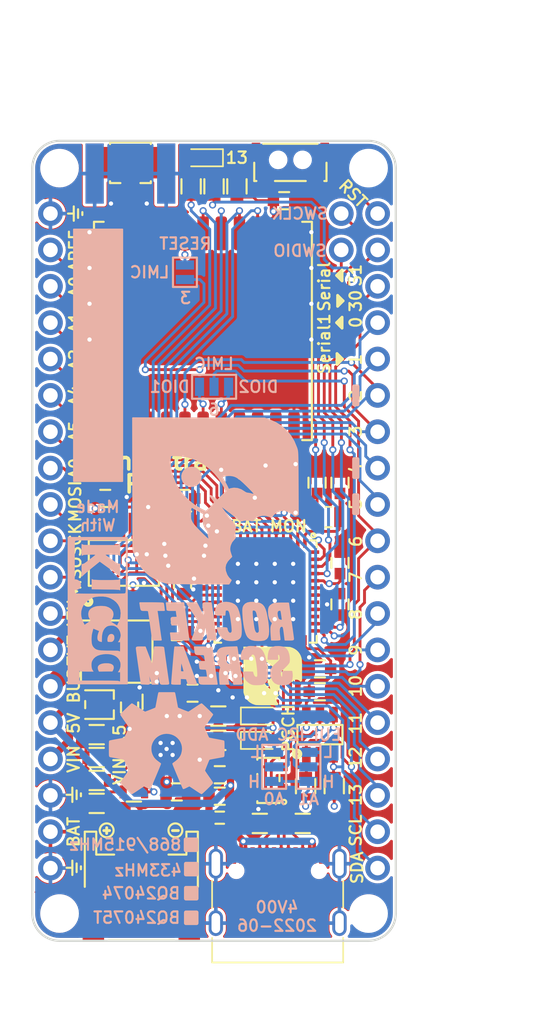
<source format=kicad_pcb>
(kicad_pcb (version 20221018) (generator pcbnew)
  (title_block (title "Mini Ultra Pro") (date "2022-06-18") (rev "4.00") (company "Rocket Scream Electronics"))
  (layers (0 "F.Cu" signal "Top") (1 "In1.Cu" signal "GND") (2 "In2.Cu" signal "3V3") (31 "B.Cu" signal "Bottom") (34 "B.Paste" user) (35 "F.Paste" user) (36 "B.SilkS" user "B.Silkscreen") (37 "F.SilkS" user "F.Silkscreen") (38 "B.Mask" user) (39 "F.Mask" user) (44 "Edge.Cuts" user))
  (net 0 "")
  (net 3 "GND")
  (net 4 "Net-(C1-Pad2)")
  (net 5 "Net-(C2-Pad2)")
  (net 6 "3V3")
  (net 7 "Net-(C4-Pad1)")
  (net 8 "Net-(C14-Pad1)")
  (net 9 "VBUS")
  (net 10 "VBAT")
  (net 11 "VUSB")
  (net 12 "/D13")
  (net 13 "VIN")
  (net 14 "/TX_LED")
  (net 15 "/RX_LED")
  (net 16 "/RESET")
  (net 17 "Net-(D1-Pad1)")
  (net 18 "Net-(R7-Pad2)")
  (net 19 "Net-(R9-Pad2)")
  (net 20 "Net-(R10-Pad2)")
  (net 21 "/A0")
  (net 22 "/A1")
  (net 23 "/A2")
  (net 24 "/A3")
  (net 25 "/A4")
  (net 26 "/D8")
  (net 27 "/D9")
  (net 28 "/D4")
  (net 29 "/D3")
  (net 30 "/D1")
  (net 31 "/D0")
  (net 32 "/MOSI")
  (net 33 "/SCK")
  (net 34 "/MISO")
  (net 35 "/ATN")
  (net 36 "/D2")
  (net 37 "/D5")
  (net 38 "/D11")
  (net 39 "/D10")
  (net 40 "/D12")
  (net 41 "/D6")
  (net 42 "/D7")
  (net 43 "/SDA")
  (net 44 "/SCL")
  (net 45 "/USB-")
  (net 46 "/USB+")
  (net 47 "/SWCLK")
  (net 48 "/SWDIO")
  (net 49 "/A5")
  (net 50 "/USB_ID")
  (net 51 "AREF")
  (net 52 "VEXT")
  (net 53 "/RST")
  (net 54 "Net-(F1-Pad1)")
  (net 57 "/D30")
  (net 58 "/D31")
  (net 59 "/PG")
  (net 60 "/CHG")
  (net 61 "5V0")
  (net 62 "Net-(D5-Pad2)")
  (net 63 "Net-(D2-Pad1)")
  (net 64 "Net-(J4-Pad1)")
  (net 65 "Net-(JP1-Pad2)")
  (net 66 "Net-(JP2-Pad2)")
  (net 67 "Net-(J2-PadB5)")
  (net 68 "Net-(JP4-Pad1)")
  (net 69 "Net-(J2-PadA5)")
  (net 70 "Net-(R8-Pad2)")
  (net 71 "Net-(R11-Pad1)")
  (net 79 "/DIO1")
  (net 80 "/DIO2")
  (footprint "RocketScreamKiCadLib:S2B-PH-SM4-TB" (layer "F.Cu") (at 134.62 122.428)
    (fp_text reference "J1" hide)
    (fp_text value "S2B-PH-SM4-TB")
  )
  (footprint "RocketScreamKiCadLib:QFN-16_3x3mm_TI" (layer "F.Cu") (at 136.386 113.6 90)
    (fp_text reference "U2" hide)
    (fp_text value "BQ24075T")
  )
  (footprint "RocketScreamKiCadLib:SOT-89_Microchip" (layer "F.Cu") (at 132.9 106.8 90)
    (fp_text reference "U1" hide)
    (fp_text value "ME6210A33PG")
  )
  (footprint "RocketScreamKiCadLib:SC-20S" (layer "F.Cu") (at 147.7 97.4)
    (fp_text reference "Y1" hide)
    (fp_text value "FC-12M")
  )
  (footprint "RocketScreamKiCadLib:HOLE_NPTH_2.2MM" (layer "F.Cu") (at 128.905 125.095)
    (fp_text reference "M1" hide)
    (fp_text value "MOUNT_HOLE")
  )
  (footprint "RocketScreamKiCadLib:HOLE_NPTH_2.2MM" (layer "F.Cu") (at 150.495 125.095)
    (fp_text reference "M2" hide)
    (fp_text value "MOUNT_HOLE")
  )
  (footprint "RocketScreamKiCadLib:HOLE_NPTH_2.2MM" (layer "F.Cu") (at 128.905 73.025)
    (fp_text reference "M3" hide)
    (fp_text value "MOUNT_HOLE")
  )
  (footprint "RocketScreamKiCadLib:HOLE_NPTH_2.2MM" (layer "F.Cu") (at 150.495 73.025)
    (fp_text reference "M4" hide)
    (fp_text value "MOUNT_HOLE")
  )
  (footprint "RocketScreamKiCadLib:FIDUCIAL-0.5MM_SQUARE" (layer "F.Cu") (at 127.6 74.6)
    (fp_text reference "M5" hide)
    (fp_text value "FIDUCIAL")
  )
  (footprint "RocketScreamKiCadLib:SOT-1016" (layer "F.Cu") (at 131.7 110.5 -90)
    (fp_text reference "D3" hide)
    (fp_text value "PMEG3020CPA")
  )
  (footprint "RocketScreamKiCadLib:HDR_1x19_Pitch2.54mm_WithoutSilk" (layer "F.Cu") (at 128.27 99.06 -90)
    (fp_text reference "J6" hide)
    (fp_text value "CONN-HDR-1x19")
  )
  (footprint "RocketScreamKiCadLib:HDR_1x19_Pitch2.54mm_WithoutSilk" (layer "F.Cu") (at 151.13 99.06 -90)
    (fp_text reference "J7" hide)
    (fp_text value "CONN-HDR-1x19")
  )
  (footprint "RocketScreamKiCadLib:TS-1086E-12" (layer "F.Cu") (at 145.034 72.1)
    (fp_text reference "SW1" hide)
    (fp_text value "SPNO")
  )
  (footprint "RocketScreamKiCadLib:R_0603" (layer "F.Cu") (at 131.5 115.8)
    (fp_text reference "R10" hide)
    (fp_text value "2K2")
  )
  (footprint "RocketScreamKiCadLib:R_0603" (layer "F.Cu") (at 142.9 118.8 180)
    (fp_text reference "R14" hide)
    (fp_text value "5K1")
  )
  (footprint "RocketScreamKiCadLib:R_0603" (layer "F.Cu") (at 140 113)
    (fp_text reference "R3" hide)
    (fp_text value "5K1")
  )
  (footprint "RocketScreamKiCadLib:R_0603" (layer "F.Cu") (at 140 111.3)
    (fp_text reference "R4" hide)
    (fp_text value "5K1")
  )
  (footprint "RocketScreamKiCadLib:R_0603" (layer "F.Cu") (at 148.1 116.2 90)
    (fp_text reference "R16" hide)
    (fp_text value "2K2")
  )
  (footprint "RocketScreamKiCadLib:R_0603" (layer "F.Cu") (at 131.5 112.6)
    (fp_text reference "R8" hide)
    (fp_text value "46K4")
  )
  (footprint "RocketScreamKiCadLib:R_0603" (layer "F.Cu") (at 131.5 114.2)
    (fp_text reference "R9" hide)
    (fp_text value "0R")
  )
  (footprint "RocketScreamKiCadLib:R_0603" (layer "F.Cu") (at 135.382 110.3 -90)
    (fp_text reference "R7" hide)
    (fp_text value "1K18")
  )
  (footprint "RocketScreamKiCadLib:R_0603" (layer "F.Cu") (at 146.1 116.2 90)
    (fp_text reference "R17" hide)
    (fp_text value "2K2")
  )
  (footprint "RocketScreamKiCadLib:R_0603" (layer "F.Cu") (at 141.3 74.3 90)
    (fp_text reference "R1" hide)
    (fp_text value "10K")
  )
  (footprint "RocketScreamKiCadLib:R_0603" (layer "F.Cu") (at 138.1 74.3 90)
    (fp_text reference "R13" hide)
    (fp_text value "5K1")
  )
  (footprint "RocketScreamKiCadLib:R_0603" (layer "F.Cu") (at 139.7 74.3 90)
    (fp_text reference "R2" hide)
    (fp_text value "330R")
  )
  (footprint "RocketScreamKiCadLib:R_0603" (layer "F.Cu") (at 145.9 118.8)
    (fp_text reference "R15" hide)
    (fp_text value "5K1")
  )
  (footprint "RocketScreamKiCadLib:I_0603" (layer "F.Cu") (at 141.8 93.8)
    (fp_text reference "L1" hide)
    (fp_text value "BLM18KG221SN1D")
  )
  (footprint "RocketScreamKiCadLib:C_0603" (layer "F.Cu") (at 148.5 103.5 -90)
    (fp_text reference "C4" hide)
    (fp_text value "1uF 50V X5R")
  )
  (footprint "RocketScreamKiCadLib:C_0603" (layer "F.Cu") (at 147.1 109.6)
    (fp_text reference "C18" hide)
    (fp_text value "100nF")
  )
  (footprint "RocketScreamKiCadLib:C_0603" (layer "F.Cu") (at 138.2 109.7)
    (fp_text reference "C8" hide)
    (fp_text value "10uF 16V X5R")
  )
  (footprint "RocketScreamKiCadLib:C_0603" (layer "F.Cu") (at 137.1 116.6)
    (fp_text reference "C15" hide)
    (fp_text value "10uF 16V X5R")
  )
  (footprint "RocketScreamKiCadLib:C_0603" (layer "F.Cu") (at 144.7 96.1)
    (fp_text reference "C11" hide)
    (fp_text value "10uF 16V X5R")
  )
  (footprint "RocketScreamKiCadLib:C_0603" (layer "F.Cu") (at 132.1 96.1)
    (fp_text reference "C16" hide)
    (fp_text value "100nF")
  )
  (footprint "RocketScreamKiCadLib:C_0603" (layer "F.Cu") (at 140.1 115.4 180)
    (fp_text reference "C17" hide)
    (fp_text value "10uF 16V X5R")
  )
  (footprint "RocketScreamKiCadLib:C_0603" (layer "F.Cu") (at 137.5 102 -90)
    (fp_text reference "C6" hide)
    (fp_text value "100nF")
  )
  (footprint "RocketScreamKiCadLib:C_0603" (layer "F.Cu") (at 147.1 108 180)
    (fp_text reference "C5" hide)
    (fp_text value "100nF")
  )
  (footprint "RocketScreamKiCadLib:C_0603" (layer "F.Cu") (at 144.7 94.6)
    (fp_text reference "C12" hide)
    (fp_text value "100nF")
  )
  (footprint "RocketScreamKiCadLib:C_0603" (layer "F.Cu") (at 148.5 100.6 90)
    (fp_text reference "C3" hide)
    (fp_text value "100nF")
  )
  (footprint "RocketScreamKiCadLib:C_0603" (layer "F.Cu") (at 146.9 95 -90)
    (fp_text reference "C1" hide)
    (fp_text value "10pF")
  )
  (footprint "RocketScreamKiCadLib:C_0603" (layer "F.Cu") (at 137.1 105.4)
    (fp_text reference "C10" hide)
    (fp_text value "10uF 16V X5R")
  )
  (footprint "RocketScreamKiCadLib:LED_0603" (layer "F.Cu") (at 143 113)
    (fp_text reference "D1" hide)
    (fp_text value "Green")
  )
  (footprint "RocketScreamKiCadLib:LED_0603" (layer "F.Cu") (at 143 111.3)
    (fp_text reference "D2" hide)
    (fp_text value "Red")
  )
  (footprint "RocketScreamKiCadLib:C_0603" (layer "F.Cu") (at 144.6 75.3)
    (fp_text reference "C19" hide)
    (fp_text value "22uF 10V X5R")
  )
  (footprint "RocketScreamKiCadLib:SOT-143B" (layer "F.Cu") (at 143.5 115.8 90)
    (fp_text reference "D4" hide)
    (fp_text value "PRTR5V0U2X")
  )
  (footprint "RocketScreamKiCadLib:U.FL-R-SMT_Extended" (layer "F.Cu") (at 133.858 72.644 180)
    (fp_text reference "J4" hide)
    (fp_text value "U.FL-R-SMT")
  )
  (footprint "RocketScreamKiCadLib:R_0603" (layer "F.Cu") (at 137.6 97.687)
    (fp_text reference "R6" hide)
    (fp_text value "3M3")
  )
  (footprint "RocketScreamKiCadLib:R_0603" (layer "F.Cu") (at 137.6 99.2745)
    (fp_text reference "R5" hide)
    (fp_text value "1M")
  )
  (footprint "RocketScreamKiCadLib:C_0603" (layer "F.Cu") (at 137.6 96.1)
    (fp_text reference "C13" hide)
    (fp_text value "100nF")
  )
  (footprint "RocketScreamKiCadLib:LOGO-ROCKET-SCREAM_Without_Text_XXXSmall" (layer "F.Cu") (at 143.8 108.5 90)
    (fp_text reference "LOGO2" hide)
    (fp_text value "LOGO-ROCKET-SCREAM" hide)
  )
  (footprint "RocketScreamKiCadLib:FIDUCIAL-0.5MM_SQUARE" (layer "F.Cu") (at 149 71.8)
    (fp_text reference "M6" hide)
    (fp_text value "FIDUCIAL")
  )
  (footprint "RocketScreamKiCadLib:USB-TYPE-C-16PIN-SMD" (layer "F.Cu") (at 144.145 124.5)
    (fp_text reference "J2" hide)
    (fp_text value "USB-C_16Pins")
  )
  (footprint "RocketScreamKiCadLib:HDR_1x2_Pitch2.54mm_WithoutSilk" (layer "F.Cu") (at 148.59 77.47 -90)
    (fp_text reference "J3" hide)
    (fp_text value "CONN-HDR-1x2")
  )
  (footprint "RocketScreamKiCadLib:E19-900M20S2" (layer "F.Cu") (at 138.938 84.4)
    (fp_text reference "U6" hide)
    (fp_text value "E19-900M20S2")
  )
  (footprint "RocketScreamKiCadLib:QFN-48-1EP_7x7mm_Pitch0.5mm" (layer "F.Cu") (at 143.3 102.6 -90)
    (fp_text reference "U3" hide)
    (fp_text value "ATSAMD21G18A-MU")
  )
  (footprint "RocketScreamKiCadLib:C_0603" (layer "F.Cu") (at 148.5 95 -90)
    (fp_text reference "C2" hide)
    (fp_text value "10pF")
  )
  (footprint "RocketScreamKiCadLib:R_0603" (layer "F.Cu") (at 131.5 117.4 180)
    (fp_text reference "R11" hide)
    (fp_text value "49K9")
  )
  (footprint "RocketScreamKiCadLib:SOIC-8-N_8S1" (layer "F.Cu") (at 133.4 100.6 90)
    (fp_text reference "U4" hide)
    (fp_text value "W25Q16JVSNIM")
  )
  (footprint "RocketScreamKiCadLib:C_0603" (layer "F.Cu") (at 133.8 110.7 -90)
    (fp_text reference "C7" hide)
    (fp_text value "1uF 50V X5R")
  )
  (footprint "RocketScreamKiCadLib:LED_0603" (layer "F.Cu") (at 138.9 72.3 180)
    (fp_text reference "D5" hide)
    (fp_text value "Yellow")
  )
  (footprint "RocketScreamKiCadLib:C_0603" (layer "F.Cu") (at 141.8 95.3)
    (fp_text reference "C14" hide)
    (fp_text value "100nF")
  )
  (footprint "RocketScreamKiCadLib:FIDUCIAL-0.5MM_SQUARE" (layer "F.Cu") (at 127.5 123.6)
    (fp_text reference "M7" hide)
    (fp_text value "FIDUCIAL")
  )
  (footprint "RocketScreamKiCadLib:FIDUCIAL-0.5MM_SQUARE" (layer "F.Cu") (at 151.8 123.9)
    (fp_text reference "M8" hide)
    (fp_text value "FIDUCIAL")
  )
  (footprint "RocketScreamKiCadLib:C_0603" (layer "F.Cu") (at 136.4 107.55 -90)
    (fp_text reference "C9" hide)
    (fp_text value "10uF 16V X5R")
  )
  (footprint "RocketScreamKiCadLib:MF-FSMF" (layer "F.Cu") (at 140.1 118.4)
    (fp_text reference "F1" hide)
    (fp_text value "MF-FSMF050X-2")
  )
  (footprint "RocketScreamKiCadLib:I_0603" (layer "F.Cu") (at 140.1 116.9 180)
    (fp_text reference "L2" hide)
    (fp_text value "BLM18KG221SN1D")
  )
  (footprint "RocketScreamKiCadLib:SOT-23-6" (layer "F.Cu") (at 147.1 112.6)
    (fp_text reference "U5" hide)
    (fp_text value "24AA025E64T-I-OT")
  )
  (footprint "RocketScreamKiCadLib:R_0603" (layer "F.Cu") (at 134.1 116.6)
    (fp_text reference "R12" hide)
    (fp_text value "200K")
  )
  (footprint "RocketScreamKiCadLib:LOGO-OSHW_Small" (layer "B.Cu") (at 136.4 113.2 180)
    (fp_text reference "LOGO4" hide)
    (fp_text value "LOGO-OSHW" hide)
  )
  (footprint "RocketScreamKiCadLib:LOGO-ROCKET-SCREAM_Vertical_Small" (layer "B.Cu") (at 139.8 100.1 180)
    (fp_text reference "LOGO1" hide)
    (fp_text value "LOGO-ROCKET-SCREAM" hide)
  )
  (footprint "RocketScreamKiCadLib:RF-SMA-EDGE_Without_Feed" (layer "B.Cu") (at 133.858 73.406 90)
    (fp_text reference "J5" hide)
    (fp_text value "RF-SMA-EDGE_Without_Feed")
  )
  (footprint "RocketScreamKiCadLib:JUMPER-1-WAY-SMD" (layer "B.Cu") (at 137.668 80.3 -90)
    (fp_text reference "JP4" hide)
    (fp_text value "JUMPER-1-WAY")
  )
  (footprint "RocketScreamKiCadLib:JUMPER-2-WAY-SMD" (layer "B.Cu") (at 146.3 114.85 90)
    (fp_text reference "JP1" hide)
    (fp_text value "JUMPER-2-WAY")
  )
  (footprint "RocketScreamKiCadLib:LOGO-KICAD_XSmall" (layer "B.Cu") (at 131.572 103.938 -90)
    (fp_text reference "LOGO3" hide)
    (fp_text value "LOGO-KICAD" hide)
  )
  (footprint "RocketScreamKiCadLib:JUMPER-2-WAY-SMD" (layer "B.Cu") (at 143.9 114.85 90)
    (fp_text reference "JP2" hide)
    (fp_text value "JUMPER-2-WAY")
  )
  (footprint "RocketScreamKiCadLib:JUMPER-2-WAY-SMD" (layer "B.Cu") (at 139.7 88.3)
    (fp_text reference "JP3" hide)
    (fp_text value "JUMPER-2-WAY")
  )
  (gr_poly (pts (xy 133.3 94.9) (xy 129.9 94.9) (xy 129.9 77.3) (xy 133.3 77.3)) (stroke (width 0.1)) (fill solid) (layer "B.SilkS"))
  (gr_line (start 148.266 80.52) (end 148.647 80.647) (stroke (width 0.2)) (layer "F.SilkS"))
  (gr_line (start 148.266 80.52) (end 148.647 80.393) (stroke (width 0.2)) (layer "F.SilkS"))
  (gr_line (start 148.647 80.901) (end 148.647 80.139) (stroke (width 0.2)) (layer "F.SilkS"))
  (gr_line (start 148.266 80.52) (end 148.647 80.901) (stroke (width 0.2)) (layer "F.SilkS"))
  (gr_line (start 148.647 80.139) (end 148.266 80.52) (stroke (width 0.2)) (layer "F.SilkS"))
  (gr_circle (center 137 119.283197) (end 136.966 119.765197) (stroke (width 0.15)) (fill none) (layer "F.SilkS"))
  (gr_line (start 136.8 119.3) (end 137.2 119.3) (stroke (width 0.2)) (layer "F.SilkS"))
  (gr_line (start 148.266 83.82) (end 148.647 83.947) (stroke (width 0.2)) (layer "F.SilkS"))
  (gr_line (start 129.8 121.4) (end 129.8 122.4) (stroke (width 0.15)) (layer "F.SilkS"))
  (gr_line (start 129.5 76.2) (end 129.9 76.2) (stroke (width 0.15)) (layer "F.SilkS"))
  (gr_line (start 129.9 75.7) (end 129.9 76.7) (stroke (width 0.15)) (layer "F.SilkS"))
  (gr_line (start 148.336 82.677) (end 148.717 82.296) (stroke (width 0.2)) (layer "F.SilkS"))
  (gr_line (start 148.674 86.36) (end 148.293 86.233) (stroke (width 0.2)) (layer "F.SilkS"))
  (gr_line (start 130.1 116.5) (end 130.1 117.1) (stroke (width 0.15)) (layer "F.SilkS"))
  (gr_line (start 130.4 121.8) (end 130.4 122) (stroke (width 0.15)) (layer "F.SilkS"))
  (gr_line (start 129.4 121.9) (end 129.8 121.9) (stroke (width 0.15)) (layer "F.SilkS"))
  (gr_line (start 130.1 121.6) (end 130.1 122.2) (stroke (width 0.15)) (layer "F.SilkS"))
  (gr_line (start 148.674 86.36) (end 148.293 85.979) (stroke (width 0.2)) (layer "F.SilkS"))
  (gr_line (start 130.4 116.7) (end 130.4 116.9) (stroke (width 0.15)) (layer "F.SilkS"))
  (gr_line (start 130.5 76.1) (end 130.5 76.3) (stroke (width 0.15)) (layer "F.SilkS"))
  (gr_line (start 148.336 81.915) (end 148.336 82.677) (stroke (width 0.2)) (layer "F.SilkS"))
  (gr_line (start 148.717 82.296) (end 148.336 82.169) (stroke (width 0.2)) (layer "F.SilkS"))
  (gr_line (start 129.4 116.8) (end 129.8 116.8) (stroke (width 0.15)) (layer "F.SilkS"))
  (gr_line (start 132 119.3) (end 132.4 119.3) (stroke (width 0.2)) (layer "F.SilkS"))
  (gr_circle (center 132.2 119.283197) (end 132.166 119.765197) (stroke (width 0.15)) (fill none) (layer "F.SilkS"))
  (gr_line (start 148.293 85.979) (end 148.293 86.741) (stroke (width 0.2)) (layer "F.SilkS"))
  (gr_line (start 129.8 116.3) (end 129.8 117.3) (stroke (width 0.15)) (layer "F.SilkS"))
  (gr_line (start 148.647 84.201) (end 148.647 83.439) (stroke (width 0.2)) (layer "F.SilkS"))
  (gr_line (start 148.674 86.36) (end 148.293 86.487) (stroke (width 0.2)) (layer "F.SilkS"))
  (gr_line (start 148.717 82.296) (end 148.336 82.423) (stroke (width 0.2)) (layer "F.SilkS"))
  (gr_line (start 148.266 83.82) (end 148.647 84.201) (stroke (width 0.2)) (layer "F.SilkS"))
  (gr_line (start 148.266 83.82) (end 148.647 83.693) (stroke (width 0.2)) (layer "F.SilkS"))
  (gr_line (start 148.647 83.439) (end 148.266 83.82) (stroke (width 0.2)) (layer "F.SilkS"))
  (gr_line (start 148.293 86.741) (end 148.674 86.36) (stroke (width 0.2)) (layer "F.SilkS"))
  (gr_line (start 134 114.6) (end 134 114.85) (stroke (width 0.15)) (layer "F.SilkS"))
  (gr_line (start 130.2 75.9) (end 130.2 76.5) (stroke (width 0.15)) (layer "F.SilkS"))
  (gr_line (start 132.2 119.1) (end 132.2 119.5) (stroke (width 0.2)) (layer "F.SilkS"))
  (gr_line (start 148.717 82.296) (end 148.336 81.915) (stroke (width 0.2)) (layer "F.SilkS"))
  (gr_arc (start 150.495 71.12) (mid 151.842038 71.677962) (end 152.4 73.025) (stroke (width 0.15)) (layer "Edge.Cuts"))
  (gr_arc (start 128.905 127) (mid 127.557962 126.442038) (end 127 125.095) (stroke (width 0.15)) (layer "Edge.Cuts"))
  (gr_arc (start 152.4 125.095) (mid 151.842038 126.442038) (end 150.495 127) (stroke (width 0.15)) (layer "Edge.Cuts"))
  (gr_line (start 127 125.095) (end 127 73.025) (stroke (width 0.15)) (layer "Edge.Cuts"))
  (gr_line (start 150.495 127) (end 128.905 127) (stroke (width 0.15)) (layer "Edge.Cuts"))
  (gr_line (start 152.4 73.025) (end 152.4 125.095) (stroke (width 0.15)) (layer "Edge.Cuts"))
  (gr_line (start 128.905 71.12) (end 150.495 71.12) (stroke (width 0.15)) (layer "Edge.Cuts"))
  (gr_arc (start 127 73.025) (mid 127.557962 71.677962) (end 128.905 71.12) (stroke (width 0.15)) (layer "Edge.Cuts"))
  (gr_text "Made\nWith" (at 131.572 97.334) (layer "B.SilkS") (effects (font (size 0.8 0.8)) (justify mirror)))
  (gr_text "BQ24074" (at 134.6 123.684) (layer "B.SilkS") (effects (font (size 0.8 0.8)) (justify mirror)))
  (gr_text "868/915MHz" (at 133.5 120.284) (layer "B.SilkS") (effects (font (size 0.8 0.8)) (justify mirror)))
  (gr_text "A0" (at 143.9 117.1) (layer "B.SilkS") (effects (font (size 0.8 0.8)) (justify mirror)))
  (gr_text "BQ24075T" (at 134.3 125.384) (layer "B.SilkS") (effects (font (size 0.8 0.8)) (justify mirror)))
  (gr_text "SWCLK" (at 145.7 76.2) (layer "B.SilkS") (effects (font (size 0.8 0.8)) (justify mirror)))
  (gr_text "DIO2" (at 142.8 88.3) (layer "B.SilkS") (effects (font (size 0.8 0.8)) (justify mirror)))
  (gr_text "LMIC" (at 139.7 86.7) (layer "B.SilkS") (effects (font (size 0.8 0.8)) (justify mirror)))
  (gr_text "H" (at 142.5 115.9) (layer "B.SilkS") (effects (font (size 0.8 0.8)) (justify mirror)))
  (gr_text "DIO1" (at 136.6 88.3) (layer "B.SilkS") (effects (font (size 0.8 0.8)) (justify mirror)))
  (gr_text "L" (at 147.7 113.8) (layer "B.SilkS") (effects (font (size 0.8 0.8)) (justify mirror)))
  (gr_text "A1" (at 146.3 117.1) (layer "B.SilkS") (effects (font (size 0.8 0.8)) (justify mirror)))
  (gr_text "433MHz" (at 135.1 122.084) (layer "B.SilkS") (effects (font (size 0.8 0.8)) (justify mirror)))
  (gr_text "6" (at 139.70475 89.9) (layer "B.SilkS") (effects (font (size 0.8 0.8)) (justify mirror)))
  (gr_text "LMIC" (at 135.2 80.3) (layer "B.SilkS") (effects (font (size 0.8 0.8)) (justify mirror)))
  (gr_text "4V00\n2022-06" (at 144.1 125.3) (layer "B.SilkS") (effects (font (size 0.8 0.8)) (justify mirror)))
  (gr_text "EUI I2C ADD" (at 144.9 112.6) (layer "B.SilkS") (effects (font (size 0.8 0.8)) (justify mirror)))
  (gr_text "L" (at 142.6 113.8) (layer "B.SilkS") (effects (font (size 0.8 0.8)) (justify mirror)))
  (gr_text "3" (at 137.7 82.1) (layer "B.SilkS") (effects (font (size 0.8 0.8)) (justify mirror)))
  (gr_text "RESET" (at 137.7 78.3) (layer "B.SilkS") (effects (font (size 0.8 0.8)) (justify mirror)))
  (gr_text "H" (at 147.7 115.9) (layer "B.SilkS") (effects (font (size 0.8 0.8)) (justify mirror)))
  (gr_text "SWDIO" (at 145.7 78.8) (layer "B.SilkS") (effects (font (size 0.8 0.8)) (justify mirror)))
  (gr_text "3V3" (at 129.9 106.7 90) (layer "F.SilkS") (effects (font (size 0.8 0.8))))
  (gr_text "Mini" (at 132.8 93.5) (layer "F.SilkS") (effects (font (size 1.2 1.2) (thickness 0.25))))
  (gr_text "Serial" (at 147.4 81.3 90) (layer "F.SilkS") (effects (font (size 0.8 0.8))))
  (gr_text "7" (at 149.6 101.6 90) (layer "F.SilkS") (effects (font (size 0.8 0.8))))
  (gr_text "VIN" (at 129.890627 114.3 90) (layer "F.SilkS") (effects (font (size 0.8 0.8))))
  (gr_text "A0" (at 130 81.3 90) (layer "F.SilkS") (effects (font (size 0.8 0.8))))
  (gr_text "Ultra" (at 137.1 93.5) (layer "F.SilkS") (effects (font (size 1.2 1.2) (thickness 0.25))))
  (gr_text "A4" (at 130 88.9 90) (layer "F.SilkS") (effects (font (size 0.8 0.8))))
  (gr_text "A5" (at 130 91.4 90) (layer "F.SilkS") (effects (font (size 0.8 0.8))))
  (gr_text "30" (at 149.6 82.3 90) (layer "F.SilkS") (effects (font (size 0.8 0.8))))
  (gr_text "ATN" (at 129.9 104.2 90) (layer "F.SilkS") (effects (font (size 0.8 0.8))))
  (gr_text "0" (at 149.6 83.8 90) (layer "F.SilkS") (effects (font (size 0.8 0.8))))
  (gr_text "31" (at 149.591915 80.5 90) (layer "F.SilkS") (effects (font (size 0.8 0.8))))
  (gr_text "Pro" (at 135 95.1) (layer "F.SilkS") (effects (font (size 1.2 1.2) (thickness 0.25))))
  (gr_text "PG" (at 144.9 113 90) (layer "F.SilkS") (effects (font (size 0.8 0.8))))
  (gr_text "3" (at 149.6 91.4 90) (layer "F.SilkS") (effects (font (size 0.8 0.8))))
  (gr_text "SCK" (at 130 99 90) (layer "F.SilkS") (effects (font (size 0.8 0.8))))
  (gr_text "MOSI" (at 130 96.3 90) (layer "F.SilkS") (effects (font (size 0.8 0.8))))
  (gr_text "6V" (at 134.1 113.5 90) (layer "F.SilkS") (effects (font (size 0.8 0.8))))
  (gr_text "5" (at 149.6 96.5 90) (layer "F.SilkS") (effects (font (size 0.8 0.8))))
  (gr_text "4" (at 149.6 94 90) (layer "F.SilkS") (effects (font (size 0.8 0.8))))
  (gr_text "13" (at 141.3 72.3) (layer "F.SilkS") (effects (font (size 0.8 0.8))))
  (gr_text "6" (at 149.6 99.1 90) (layer "F.SilkS") (effects (font (size 0.8 0.8))))
  (gr_text "SCL" (at 149.6 119.3 90) (layer "F.SilkS") (effects (font (size 0.8 0.8))))
  (gr_text "8" (at 149.6 104.2 90) (layer "F.SilkS") (effects (font (size 0.8 0.8))))
  (gr_text "MISO" (at 130 101.6 90) (layer "F.SilkS") (effects (font (size 0.8 0.8))))
  (gr_text "SDA" (at 149.7 121.9 90) (layer "F.SilkS") (effects (font (size 0.8 0.8))))
  (gr_text "Serial1" (at 147.4 85.3 90) (layer "F.SilkS") (effects (font (size 0.8 0.8))))
  (gr_text "A0" (at 130 94 90) (layer "F.SilkS") (effects (font (size 0.8 0.8))))
  (gr_text "11" (at 149.6 111.8 90) (layer "F.SilkS") (effects (font (size 0.8 0.8))))
  (gr_text "CH" (at 144.9 111.3 90) (layer "F.SilkS") (effects (font (size 0.8 0.8))))
  (gr_text "5V" (at 129.898138 111.8 90) (layer "F.SilkS") (effects (font (size 0.8 0.8))))
  (gr_text "RST" (at 149.4 74.8 315) (layer "F.SilkS") (effects (font (size 0.8 0.8))))
  (gr_text "BAT" (at 129.890627 119.4 90) (layer "F.SilkS") (effects (font (size 0.8 0.8))))
  (gr_text "10" (at 149.6 109.2 90) (layer "F.SilkS") (effects (font (size 0.8 0.8))))
  (gr_text "A1" (at 130 83.8 90) (layer "F.SilkS") (effects (font (size 0.8 0.8))))
  (gr_text "1" (at 149.6 86.4 90) (layer "F.SilkS") (effects (font (size 0.8 0.8))))
  (gr_text "13" (at 149.6 116.8 90) (layer "F.SilkS") (effects (font (size 0.8 0.8))))
  (gr_text "VIN:4.5" (at 133.1 114 90) (layer "F.SilkS") (effects (font (size 0.8 0.8))))
  (gr_text "AREF" (at 130 78.8 90) (layer "F.SilkS") (effects (font (size 0.8 0.8))))
  (gr_text "9" (at 149.6 106.7 90) (layer "F.SilkS") (effects (font (size 0.8 0.8))))
  (gr_text "A2" (at 130 86.4 90) (layer "F.SilkS") (effects (font (size 0.8 0.8))))
  (gr_text "A5     \nVBAT MON" (at 143.2 97.4) (layer "F.SilkS") (effects (font (size 0.8 0.8))))
  (gr_text "2" (at 149.6 88.9 90) (layer "F.SilkS") (effects (font (size 0.8 0.8))))
  (gr_text "BUS" (at 129.9 109.2 90) (layer "F.SilkS") (effects (font (size 0.8 0.8))))
  (gr_text "12" (at 149.6 114.2 90) (layer "F.SilkS") (effects (font (size 0.8 0.8))))
  (segment (start 147.6 103.5) (end 147.6 103.7) (width 0.2) (layer "F.Cu") (net 3))
  (segment (start 138.15 102.55) (end 137.95 102.75) (width 0.2) (layer "F.Cu") (net 3))
  (segment (start 142.55 96.05) (end 142.55 95.5) (width 0.2) (layer "F.Cu") (net 3))
  (segment (start 137.136 115) (end 137.136 115.864) (width 0.2) (layer "F.Cu") (net 3))
  (segment (start 146.25 107.1) (end 146.35 107.2) (width 0.2) (layer "F.Cu") (net 3))
  (segment (start 146.35 108) (end 146.35 107.15) (width 0.2) (layer "F.Cu") (net 3))
  (segment (start 148.15 104.25) (end 148.5 104.25) (width 0.2) (layer "F.Cu") (net 3))
  (segment (start 147.15 102.85) (end 147.6 103.3) (width 0.2) (layer "F.Cu") (net 3))
  (segment (start 135.333 72.644) (end 135.596 72.644) (width 0.2) (layer "F.Cu") (net 3))
  (segment (start 145.55 106) (end 145.55 106.85) (width 0.2) (layer "F.Cu") (net 3))
  (segment (start 132.383 72.644) (end 132.12 72.644) (width 0.2) (layer "F.Cu") (net 3))
  (segment (start 132.12 72.644) (end 131.358 73.406) (width 0.2) (layer "F.Cu") (net 3))
  (segment (start 137.95 102.75) (end 137.5 102.75) (width 0.2) (layer "F.Cu") (net 3))
  (segment (start 146.35 107.2) (end 146.35 108) (width 0.2) (layer "F.Cu") (net 3))
  (segment (start 145.9 107.2) (end 146.35 107.2) (width 0.2) (layer "F.Cu") (net 3))
  (segment (start 139.9 102.35) (end 138.35 102.35) (width 0.2) (layer "F.Cu") (net 3))
  (segment (start 145.55 106.85) (end 145.9 107.2) (width 0.2) (layer "F.Cu") (net 3))
  (segment (start 146.7 102.85) (end 147.15 102.85) (width 0.2) (layer "F.Cu") (net 3))
  (segment (start 147.6 103.3) (end 147.6 103.5) (width 0.2) (layer "F.Cu") (net 3))
  (segment (start 147.6 103.7) (end 148.15 104.25) (width 0.2) (layer "F.Cu") (net 3))
  (segment (start 138.35 102.35) (end 138.15 102.55) (width 0.2) (layer "F.Cu") (net 3))
  (segment (start 137.136 115) (end 137.8 115) (width 0.2) (layer "F.Cu") (net 3))
  (segment (start 135.596 72.644) (end 136.358 73.406) (width 0.2) (layer "F.Cu") (net 3))
  (segment (start 137.786 113.85) (end 138.4 113.85) (width 0.2) (layer "F.Cu") (net 3))
  (segment (start 144.05 99.2) (end 144.05 98.05) (width 0.2) (layer "F.Cu") (net 3))
  (segment (start 144.05 98.05) (end 142.55 96.55) (width 0.2) (layer "F.Cu") (net 3))
  (segment (start 142.55 96.55) (end 142.55 96.05) (width 0.2) (layer "F.Cu") (net 3))
  (via (at 134.8 102) (size 0.5) (drill 0.3) (layers "F.Cu" "B.Cu") (net 3))
  (via (at 145.4 93.7) (size 0.5) (drill 0.3) (layers "F.Cu" "B.Cu") (net 3))
  (via (at 141.36875 100.66875) (size 0.5) (drill 0.3) (layers "F.Cu" "B.Cu") (net 3))
  (via (at 142.65625 100.66875) (size 0.5) (drill 0.3) (layers "F.Cu" "B.Cu") (net 3))
  (via (at 141.36875 101.95625) (size 0.5) (drill 0.3) (layers "F.Cu" "B.Cu") (net 3))
  (via (at 141.36875 103.24375) (size 0.5) (drill 0.3) (layers "F.Cu" "B.Cu") (net 3))
  (via (at 141.36875 104.53125) (size 0.5) (drill 0.3) (layers "F.Cu" "B.Cu") (net 3))
  (via (at 142.65625 104.53125) (size 0.5) (drill 0.3) (layers "F.Cu" "B.Cu") (net 3))
  (via (at 142.65625 103.24375) (size 0.5) (drill 0.3) (layers "F.Cu" "B.Cu") (net 3))
  (via (at 142.65625 101.95625) (size 0.5) (drill 0.3) (layers "F.Cu" "B.Cu") (net 3))
  (via (at 143.94375 101.95625) (size 0.5) (drill 0.3) (layers "F.Cu" "B.Cu") (net 3))
  (via (at 143.94375 103.24375) (size 0.5) (drill 0.3) (layers "F.Cu" "B.Cu") (net 3))
  (via (at 143.94375 104.53125) (size 0.5) (drill 0.3) (layers "F.Cu" "B.Cu") (net 3))
  (via (at 145.23125 104.53125) (size 0.5) (drill 0.3) (layers "F.Cu" "B.Cu") (net 3))
  (via (at 145.23125 103.24375) (size 0.5) (drill 0.3) (layers "F.Cu" "B.Cu") (net 3))
  (via (at 145.23125 101.95625) (size 0.5) (drill 0.3) (layers "F.Cu" "B.Cu") (net 3))
  (via (at 145.23125 100.66875) (size 0.5) (drill 0.3) (layers "F.Cu" "B.Cu") (net 3))
  (via (at 143.94375 100.66875) (size 0.5) (drill 0.3) (layers "F.Cu" "B.Cu") (net 3))
  (via (at 138.5 107.5) (size 0.5) (drill 0.3) (layers "F.Cu" "B.Cu") (net 3))
  (via (at 138.5 108.5) (size 0.5) (drill 0.3) (layers "F.Cu" "B.Cu") (net 3))
  (via (at 139.5 108.5) (size 0.5) (drill 0.3) (layers "F.Cu" "B.Cu") (net 3))
  (via (at 141 110) (size 0.5) (drill 0.3) (layers "F.Cu" "B.Cu") (net 3))
  (via (at 142 110) (size 0.5) (drill 0.3) (layers "F.Cu" "B.Cu") (net 3))
  (via (at 140 109.5) (size 0.5) (drill 0.3) (layers "F.Cu" "B.Cu") (net 3))
  (via (at 135 75.5) (size 0.5) (drill 0.3) (layers "F.Cu" "B.Cu") (net 3))
  (via (at 131 77.5) (size 0.5) (drill 0.3) (layers "F.Cu" "B.Cu") (net 3))
  (via (at 131 80) (size 0.5) (drill 0.3) (layers "F.Cu" "B.Cu") (net 3))
  (via (at 131 82.5) (size 0.5) (drill 0.3) (layers "F.Cu" "B.Cu") (net 3))
  (via (at 131 85) (size 0.5) (drill 0.3) (layers "F.Cu" "B.Cu") (net 3))
  (via (at 146.5 77.5) (size 0.5) (drill 0.3) (layers "F.Cu" "B.Cu") (net 3))
  (via (at 146.5 80) (size 0.5) (drill 0.3) (layers "F.Cu" "B.Cu") (net 3))
  (via (at 146.5 82.5) (size 0.5) (drill 0.3) (layers "F.Cu" "B.Cu") (net 3))
  (via (at 146.5 85) (size 0.5) (drill 0.3) (layers "F.Cu" "B.Cu") (net 3))
  (via (at 134.5 109.3) (size 0.5) (drill 0.3) (layers "F.Cu" "B.Cu") (net 3))
  (via (at 135.7 108.9) (size 0.5) (drill 0.3) (layers "F.Cu" "B.Cu") (net 3))
  (via (at 135.966 114.02) (size 0.5) (drill 0.3) (layers "F.Cu" "B.Cu") (net 3))
  (via (at 136.806 113.18) (size 0.5) (drill 0.3) (layers "F.Cu" "B.Cu") (net 3))
  (via (at 135.966 113.18) (size 0.5) (drill 0.3) (layers "F.Cu" "B.Cu") (net 3))
  (via (at 147.6 103.5) (size 0.5) (drill 0.3) (layers "F.Cu" "B.Cu") (net 3))
  (via (at 142.8 117.8) (size 0.5) (drill 0.3) (layers "F.Cu" "B.Cu") (net 3))
  (via (at 133.6 96) (size 0.5) (drill 0.3) (layers "F.Cu" "B.Cu") (net 3))
  (via (at 142.55 96.05) (size 0.5) (drill 0.3) (layers "F.Cu" "B.Cu") (net 3))
  (via (at 132.5 75.5) (size 0.5) (drill 0.3) (layers "F.Cu" "B.Cu") (net 3))
  (via (at 145.4 97.1) (size 0.5) (drill 0.3) (layers "F.Cu" "B.Cu") (net 3))
  (via (at 136.386 113.6) (size 0.5) (drill 0.3) (layers "F.Cu" "B.Cu") (net 3))
  (via (at 135.7 108.3) (size 0.5) (drill 0.3) (layers "F.Cu" "B.Cu") (net 3))
  (via (at 138.25 102.45) (size 0.5) (drill 0.3) (layers "F.Cu" "B.Cu") (net 3))
  (via (at 146.35 107.2) (size 0.5) (drill 0.3) (layers "F.Cu" "B.Cu") (net 3))
  (via (at 136.806 114.02) (size 0.5) (drill 0.3) (layers "F.Cu" "B.Cu") (net 3))
  (segment (start 146.9 97.35) (end 146.95 97.4) (width 0.2) (layer "F.Cu") (net 4))
  (segment (start 145.55 98.9) (end 145.55 98.35) (width 0.2) (layer "F.Cu") (net 4))
  (segment (start 145.55 98.35) (end 146.5 97.4) (width 0.2) (layer "F.Cu") (net 4))
  (segment (start 146.5 97.4) (end 146.95 97.4) (width 0.2) (layer "F.Cu") (net 4))
  (segment (start 146.9 95.75) (end 146.9 97.35) (width 0.2) (layer "F.Cu") (net 4))
  (segment (start 148.5 97.35) (end 148.45 97.4) (width 0.2) (layer "F.Cu") (net 5))
  (segment (start 148.45 98.25) (end 148.3 98.4) (width 0.2) (layer "F.Cu") (net 5))
  (segment (start 148.3 98.4) (end 146.3 98.4) (width 0.2) (layer "F.Cu") (net 5))
  (segment (start 146.3 98.4) (end 146.05 98.65) (width 0.2) (layer "F.Cu") (net 5))
  (segment (start 146.05 98.65) (end 146.05 98.9) (width 0.2) (layer "F.Cu") (net 5))
  (segment (start 148.5 95.75) (end 148.5 97.35) (width 0.2) (layer "F.Cu") (net 5))
  (segment (start 148.45 97.4) (end 148.45 98.25) (width 0.2) (layer "F.Cu") (net 5))
  (segment (start 142.7 75.3) (end 143.85 75.3) (width 0.2) (layer "F.Cu") (net 6))
  (segment (start 131.4 96.8) (end 131.35 96.75) (width 0.2) (layer "F.Cu") (net 6))
  (segment (start 129.95 105) (end 128.27 106.68) (width 0.508) (layer "F.Cu") (net 6))
  (segment (start 147.6 108.8) (end 147.85 108.55) (width 0.2) (layer "F.Cu") (net 6))
  (segment (start 144.018 77.585) (end 144.018 76.218) (width 0.508) (layer "F.Cu") (net 6))
  (segment (start 136.35 105.4) (end 134.65 105.4) (width 0.508) (layer "F.Cu") (net 6))
  (segment (start 131.35 96.75) (end 131.35 96.1) (width 0.2) (layer "F.Cu") (net 6))
  (segment (start 134.65 105.4) (end 134.55 105.3) (width 0.508) (layer "F.Cu") (net 6))
  (segment (start 146.05 106) (end 146.05 106.45) (width 0.2) (layer "F.Cu") (net 6))
  (segment (start 146.15 110.35) (end 146.35 110.15) (width 0.2) (layer "F.Cu") (net 6))
  (segment (start 138.45 101.85) (end 139.9 101.85) (width 0.2) (layer "F.Cu") (net 6))
  (segment (start 147.85 107.45) (end 147.85 107.9) (width 0.2) (layer "F.Cu") (net 6))
  (segment (start 138.3 101.7) (end 138.45 101.85) (width 0.2) (layer "F.Cu") (net 6))
  (segment (start 146.7 101.85) (end 147.35 101.85) (width 0.2) (layer "F.Cu") (net 6))
  (segment (start 131.495 96.895) (end 131.4 96.8) (width 0.2) (layer "F.Cu") (net 6))
  (segment (start 148.1 116.95) (end 148.1 117.6) (width 0.2) (layer "F.Cu") (net 6))
  (segment (start 146.05 106.45) (end 146.2 106.6) (width 0.2) (layer "F.Cu") (net 6))
  (segment (start 142.55 93.8) (end 143.3 93.8) (width 0.2) (layer "F.Cu") (net 6))
  (segment (start 143.85 76.05) (end 143.85 75.3) (width 0.508) (layer "F.Cu") (net 6))
  (segment (start 134.035 103.3) (end 134.035 102.135) (width 0.2) (layer "F.Cu") (net 6))
  (segment (start 133.2 105) (end 129.95 105) (width 0.508) (layer "F.Cu") (net 6))
  (segment (start 146.5 108.8) (end 147.6 108.8) (width 0.2) (layer "F.Cu") (net 6))
  (segment (start 132.765 97.9) (end 131.495 97.9) (width 0.2) (layer "F.Cu") (net 6))
  (segment (start 133.5 105.3) (end 133.2 105) (width 0.508) (layer "F.Cu") (net 6))
  (segment (start 146.35 108.95) (end 146.5 108.8) (width 0.2) (layer "F.Cu") (net 6))
  (segment (start 142.45 75.05) (end 142.7 75.3) (width 0.2) (layer "F.Cu") (net 6))
  (segment (start 144.018 76.218) (end 143.85 76.05) (width 0.508) (layer "F.Cu") (net 6))
  (segment (start 131.495 97.9) (end 131.495 96.895) (width 0.2) (layer "F.Cu") (net 6))
  (segment (start 146.2 106.6) (end 147 106.6) (width 0.2) (layer "F.Cu") (net 6))
  (segment (start 134.55 105.3) (end 133.5 105.3) (width 0.508) (layer "F.Cu") (net 6))
  (segment (start 148.35 102.05) (end 148.5 101.9) (width 0.2) (layer "F.Cu") (net 6))
  (segment (start 137.85 101.25) (end 137.5 101.25) (width 0.2) (layer "F.Cu") (net 6))
  (segment (start 141.3 75.05) (end 142.45 75.05) (width 0.2) (layer "F.Cu") (net 6))
  (segment (start 148.5 101.9) (end 148.5 101.35) (width 0.2) (layer "F.Cu") (net 6))
  (segment (start 146.15 111.2) (end 146.15 112.1) (width 0.2) (layer "F.Cu") (net 6))
  (segment (start 146.1 116.95) (end 146.1 117.6) (width 0.2) (layer "F.Cu") (net 6))
  (segment (start 147.85 108.55) (end 147.85 107.9) (width 0.2) (layer "F.Cu") (net 6))
  (segment (start 146.15 111.2) (end 146.15 110.35) (width 0.2) (layer "F.Cu") (net 6))
  (segment (start 146.35 109.6) (end 146.35 108.95) (width 0.2) (layer "F.Cu") (net 6))
  (segment (start 146.35 110.15) (end 146.35 109.6) (width 0.2) (layer "F.Cu") (net 6))
  (segment (start 147.55 102.05) (end 148.35 102.05) (width 0.2) (layer "F.Cu") (net 6))
  (segment (start 147.35 101.85) (end 147.55 102.05) (width 0.2) (layer "F.Cu") (net 6))
  (segment (start 147 106.6) (end 147.85 107.45) (width 0.2) (layer "F.Cu") (net 6))
  (segment (start 138.3 101.7) (end 137.85 101.25) (width 0.2) (layer "F.Cu") (net 6))
  (via (at 148.1 117.6) (size 0.5) (drill 0.3) (layers "F.Cu" "B.Cu") (net 6))
  (via (at 147.75 102.05) (size 0.5) (drill 0.3) (layers "F.Cu" "B.Cu") (net 6))
  (via (at 146.15 112.1) (size 0.5) (drill 0.3) (layers "F.Cu" "B.Cu") (net 6))
  (via (at 146.1 117.6) (size 0.5) (drill 0.3) (layers "F.Cu" "B.Cu") (net 6))
  (via (at 143.85 76.05) (size 0.5) (drill 0.3) (layers "F.Cu" "B.Cu") (net 6))
  (via (at 134.035 102.135) (size 0.5) (drill 0.3) (layers "F.Cu" "B.Cu") (net 6))
  (via (at 131.4 96.8) (size 0.5) (drill 0.3) (layers "F.Cu" "B.Cu") (net 6))
  (via (at 138.3 101.7) (size 0.5) (drill 0.3) (layers "F.Cu" "B.Cu") (net 6))
  (via (at 143.3 93.8) (size 0.5) (drill 0.3) (layers "F.Cu" "B.Cu") (net 6))
  (segment (start 146.3 116.5) (end 146.3 115.866) (width 0.2) (layer "B.Cu") (net 6))
  (segment (start 146.1 117.6) (end 146.1 116.7) (width 0.2) (layer "B.Cu") (net 6))
  (segment (start 143.9 115.866) (end 146.3 115.866) (width 0.2) (layer "B.Cu") (net 6))
  (segment (start 146.1 116.7) (end 146.3 116.5) (width 0.2) (layer "B.Cu") (net 6))
  (segment (start 147.85 102.75) (end 148.6 102.75) (width 0.2) (layer "F.Cu") (net 7))
  (segment (start 146.7 102.35) (end 147.25 102.35) (width 0.2) (layer "F.Cu") (net 7))
  (segment (start 147.25 102.35) (end 147.65 102.75) (width 0.2) (layer "F.Cu") (net 7))
  (segment (start 147.65 102.75) (end 147.85 102.75) (width 0.2) (layer "F.Cu") (net 7))
  (segment (start 141.05 95.65) (end 143.55 98.15) (width 0.2) (layer "F.Cu") (net 8))
  (segment (start 143.55 98.15) (end 143.55 99.2) (width 0.2) (layer "F.Cu") (net 8))
  (segment (start 141.05 95.3) (end 141.05 95.65) (width 0.2) (layer "F.Cu") (net 8))
  (segment (start 141.05 93.8) (end 141.05 95.3) (width 0.2) (layer "F.Cu") (net 8))
  (segment (start 132.2 107.5) (end 132.9 106.8) (width 0.508) (layer "F.Cu") (net 9))
  (segment (start 136.636 112.2) (end 136.636 109.864) (width 0.2) (layer "F.Cu") (net 9))
  (segment (start 128.27 109.22) (end 129.99 107.5) (width 1.27) (layer "F.Cu") (net 9))
  (segment (start 138.7 114.35) (end 137.786 114.35) (width 0.2) (layer "F.Cu") (net 9))
  (segment (start 143.825 112.125) (end 143.825 113) (width 0.2) (layer "F.Cu") (net 9))
  (segment (start 136.636 111.536) (end 136.636 112.2) (width 0.2) (layer "F.Cu") (net 9))
  (segment (start 136.636 109.864) (end 136.8 109.7) (width 0.2) (layer "F.Cu") (net 9))
  (segment (start 143.825 111.3) (end 143.825 112.125) (width 0.2) (layer "F.Cu") (net 9))
  (segment (start 136.8 109.7) (end 137.45 109.7) (width 0.2) (layer "F.Cu") (net 9))
  (segment (start 136.4 111.3) (end 136.636 111.536) (width 0.2) (layer "F.Cu") (net 9))
  (segment (start 129.99 107.5) (end 132.2 107.5) (width 1.27) (layer "F.Cu") (net 9))
  (segment (start 137.45 109.7) (end 137.45 106.8) (width 0.508) (layer "F.Cu") (net 9))
  (segment (start 136.4 106.8) (end 132.9 106.8) (width 0.508) (layer "F.Cu") (net 9))
  (segment (start 136.136 110.364) (end 136.636 109.864) (width 0.2) (layer "F.Cu") (net 9))
  (segment (start 136.136 112.2) (end 136.136 110.364) (width 0.2) (layer "F.Cu") (net 9))
  (segment (start 137.45 106.8) (end 136.4 106.8) (width 0.508) (layer "F.Cu") (net 9))
  (via (at 136.4 111.3) (size 0.5) (drill 0.3) (layers "F.Cu" "B.Cu") (net 9))
  (via (at 143.825 112.125) (size 0.5) (drill 0.3) (layers "F.Cu" "B.Cu") (net 9))
  (via (at 138.7 114.35) (size 0.5) (drill 0.3) (layers "F.Cu" "B.Cu") (net 9))
  (segment (start 137.225 112.125) (end 138.675 112.125) (width 0.2) (layer "B.Cu") (net 9))
  (segment (start 138.675 112.125) (end 143.825 112.125) (width 0.2) (layer "B.Cu") (net 9))
  (segment (start 136.4 111.3) (end 137.225 112.125) (width 0.2) (layer "B.Cu") (net 9))
  (segment (start 138.7 114.35) (end 138.7 112.125) (width 0.2) (layer "B.Cu") (net 9))
  (segment (start 136.636 115) (end 136.636 115.7) (width 0.24) (layer "F.Cu") (net 10))
  (segment (start 136.85 99.2745) (end 136.2255 99.2745) (width 0.2) (layer "F.Cu") (net 10))
  (segment (start 136.136 115) (end 136.136 115.7) (width 0.24) (layer "F.Cu") (net 10))
  (segment (start 136.636 115.7) (end 136.136 115.7) (width 0.2) (layer "F.Cu") (net 10))
  (via (at 136.2255 99.2745) (size 0.5) (drill 0.3) (layers "F.Cu" "B.Cu") (net 10))
  (via (at 136.4 115.9) (size 0.5) (drill 0.3) (layers "F.Cu" "B.Cu") (net 10))
  (segment (start 141.75 120.05) (end 141.895 120.195) (width 0.254) (layer "F.Cu") (net 11))
  (segment (start 141.4 118.4) (end 141.6 118.2) (width 0.254) (layer "F.Cu") (net 11))
  (segment (start 146.395 120.205) (end 146.55 120.05) (width 0.254) (layer "F.Cu") (net 11))
  (segment (start 140.95 118.4) (end 141.4 118.4) (width 0.254) (layer "F.Cu") (net 11))
  (segment (start 140.95 118.4) (end 140.95 119.25) (width 0.508) (layer "F.Cu") (net 11))
  (segment (start 141.595 120.205) (end 141.75 120.05) (width 0.254) (layer "F.Cu") (net 11))
  (segment (start 140.95 119.25) (end 141.75 120.05) (width 0.508) (layer "F.Cu") (net 11))
  (segment (start 141.6 117.1) (end 141.95 116.75) (width 0.254) (layer "F.Cu") (net 11))
  (segment (start 141.95 116.75) (end 142.5 116.75) (width 0.254) (layer "F.Cu") (net 11))
  (segment (start 141.895 120.195) (end 141.895 121.04) (width 0.254) (layer "F.Cu") (net 11))
  (segment (start 141.595 121.04) (end 141.595 120.205) (width 0.254) (layer "F.Cu") (net 11))
  (segment (start 146.695 121.04) (end 146.695 120.195) (width 0.254) (layer "F.Cu") (net 11))
  (segment (start 146.395 121.04) (end 146.395 120.205) (width 0.254) (layer "F.Cu") (net 11))
  (segment (start 141.6 118.2) (end 141.6 117.1) (width 0.254) (layer "F.Cu") (net 11))
  (segment (start 146.695 120.195) (end 146.55 120.05) (width 0.254) (layer "F.Cu") (net 11))
  (via (at 146.55 120.05) (size 0.5) (drill 0.3) (layers "F.Cu" "B.Cu") (net 11))
  (via (at 141.75 120.05) (size 0.5) (drill 0.3) (layers "F.Cu" "B.Cu") (net 11))
  (segment (start 141.75 120.05) (end 146.55 120.05) (width 0.508) (layer "B.Cu") (net 11))
  (segment (start 140.5 107.1) (end 141.05 106.55) (width 0.2) (layer "F.Cu") (net 12))
  (segment (start 140.5 108.3) (end 140.5 107.1) (width 0.2) (layer "F.Cu") (net 12))
  (segment (start 141.05 106.55) (end 141.05 106) (width 0.2) (layer "F.Cu") (net 12))
  (segment (start 138.1 75.05) (end 138.1 75.6) (width 0.2) (layer "F.Cu") (net 12))
  (via (at 140.5 108.3) (size 0.5) (drill 0.3) (layers "F.Cu" "B.Cu") (net 12))
  (via (at 138.1 75.6) (size 0.5) (drill 0.3) (layers "F.Cu" "B.Cu") (net 12))
  (segment (start 134 96.4) (end 134 98.5) (width 0.2) (layer "B.Cu") (net 12))
  (segment (start 149.5 113.3) (end 149.9 113.7) (width 0.2) (layer "B.Cu") (net 12))
  (segment (start 134.6 92.9) (end 134.6 95.8) (width 0.2) (layer "B.Cu") (net 12))
  (segment (start 139.7 107.9) (end 140.1 107.9) (width 0.2) (layer "B.Cu") (net 12))
  (segment (start 135.45 86.55) (end 135.45 92.05) (width 0.2) (layer "B.Cu") (net 12))
  (segment (start 134.6 95.8) (end 134 96.4) (width 0.2) (layer "B.Cu") (net 12))
  (segment (start 135 101.4) (end 137.4 103.8) (width 0.2) (layer "B.Cu") (net 12))
  (segment (start 144.9 109.8) (end 148.073 109.8) (width 0.2) (layer "B.Cu") (net 12))
  (segment (start 138.1 76) (end 139.4 77.3) (width 0.2) (layer "B.Cu") (net 12))
  (segment (start 140.1 107.9) (end 140.5 108.3) (width 0.2) (layer "B.Cu") (net 12))
  (segment (start 138.2 106.8) (end 138.6 106.8) (width 0.2) (layer "B.Cu") (net 12))
  (segment (start 149.9 115) (end 151.13 116.23) (width 0.2) (layer "B.Cu") (net 12))
  (segment (start 132.7 100.9) (end 133.2 101.4) (width 0.2) (layer "B.Cu") (net 12))
  (segment (start 149.5 111.227) (end 149.5 113.3) (width 0.2) (layer "B.Cu") (net 12))
  (segment (start 139.4 77.3) (end 139.4 82.6) (width 0.2) (layer "B.Cu") (net 12))
  (segment (start 138.6 106.8) (end 139.7 107.9) (width 0.2) (layer "B.Cu") (net 12))
  (segment (start 137.4 103.8) (end 137.4 106) (width 0.2) (layer "B.Cu") (net 12))
  (segment (start 132.7 99.8) (end 132.7 100.9) (width 0.2) (layer "B.Cu") (net 12))
  (segment (start 148.073 109.8) (end 149.5 111.227) (width 0.2) (layer "B.Cu") (net 12))
  (segment (start 135.45 92.05) (end 134.6 92.9) (width 0.2) (layer "B.Cu") (net 12))
  (segment (start 144.2 109.1) (end 144.9 109.8) (width 0.2) (layer "B.Cu") (net 12))
  (segment (start 137.4 106) (end 138.2 106.8) (width 0.2) (layer "B.Cu") (net 12))
  (segment (start 139.4 82.6) (end 135.45 86.55) (width 0.2) (layer "B.Cu") (net 12))
  (segment (start 140.5 108.7) (end 140.9 109.1) (width 0.2) (layer "B.Cu") (net 12))
  (segment (start 140.9 109.1) (end 144.2 109.1) (width 0.2) (layer "B.Cu") (net 12))
  (segment (start 134 98.5) (end 132.7 99.8) (width 0.2) (layer "B.Cu") (net 12))
  (segment (start 133.2 101.4) (end 135 101.4) (width 0.2) (layer "B.Cu") (net 12))
  (segment (start 138.1 75.6) (end 138.1 76) (width 0.2) (layer "B.Cu") (net 12))
  (segment (start 149.9 113.7) (end 149.9 115) (width 0.2) (layer "B.Cu") (net 12))
  (segment (start 140.5 108.3) (end 140.5 108.7) (width 0.2) (layer "B.Cu") (net 12))
  (segment (start 151.13 116.23) (end 151.13 116.84) (width 0.2) (layer "B.Cu") (net 12))
  (segment (start 129.6 112.97) (end 128.27 114.3) (width 0.508) (layer "F.Cu") (net 13))
  (segment (start 129.6 111.65) (end 129.6 112.97) (width 0.508) (layer "F.Cu") (net 13))
  (segment (start 130.1 111.15) (end 129.6 111.65) (width 0.508) (layer "F.Cu") (net 13))
  (segment (start 130.9 111.15) (end 130.1 111.15) (width 0.381) (layer "F.Cu") (net 13))
  (segment (start 147.4 104.1) (end 147.15 103.85) (width 0.2) (layer "F.Cu") (net 16))
  (segment (start 148 90.7) (end 147.4 90.1) (width 0.2) (layer "F.Cu") (net 16))
  (segment (start 148.5 105.1) (end 148.1 105.1) (width 0.2) (layer "F.Cu") (net 16))
  (segment (start 148.1 105.1) (end 147.4 104.4) (width 0.2) (layer "F.Cu") (net 16))
  (segment (start 149.1 81) (end 149.3 80.8) (width 0.2) (layer "F.Cu") (net 16))
  (segment (start 139.7 75.05) (end 139.7 75.5) (width 0.2) (layer "F.Cu") (net 16))
  (segment (start 147.15 103.85) (end 146.700001 103.85) (width 0.2) (layer "F.Cu") (net 16))
  (segment (start 148 92.7) (end 148 90.7) (width 0.2) (layer "F.Cu") (net 16))
  (segment (start 147.4 90.1) (end 147.4 86.5) (width 0.2) (layer "F.Cu") (net 16))
  (segment (start 147.4 86.5) (end 149.1 84.8) (width 0.2) (layer "F.Cu") (net 16))
  (segment (start 139.7 75.5) (end 139.6 75.6) (width 0.2) (layer "F.Cu") (net 16))
  (segment (start 149.1 84.8) (end 149.1 81) (width 0.2) (layer "F.Cu") (net 16))
  (segment (start 147.4 104.4) (end 147.4 104.1) (width 0.2) (layer "F.Cu") (net 16))
  (via (at 149.3 80.8) (size 0.5) (drill 0.3) (layers "F.Cu" "B.Cu") (net 16))
  (via (at 148.5 105.1) (size 0.5) (drill 0.3) (layers "F.Cu" "B.Cu") (net 16))
  (via (at 148 92.7) (size 0.5) (drill 0.3) (layers "F.Cu" "B.Cu") (net 16))
  (via (at 139.6 75.6) (size 0.5) (drill 0.3) (layers "F.Cu" "B.Cu") (net 16))
  (segment (start 139.8 75.4) (end 146.5 75.4) (width 0.2) (layer "B.Cu") (net 16))
  (segment (start 148.7 96.3) (end 148.7 104.9) (width 0.2) (layer "B.Cu") (net 16))
  (segment (start 147.4 76.3) (end 147.4 79.4) (width 0.2) (layer "B.Cu") (net 16))
  (segment (start 148.7 104.9) (end 148.5 105.1) (width 0.2) (layer "B.Cu") (net 16))
  (segment (start 149.3 80.3) (end 149.3 80.8) (width 0.2) (layer "B.Cu") (net 16))
  (segment (start 148 80) (end 149 80) (width 0.2) (layer "B.Cu") (net 16))
  (segment (start 148 92.7) (end 148 95.6) (width 0.2) (layer "B.Cu") (net 16))
  (segment (start 149 80) (end 149.3 80.3) (width 0.2) (layer "B.Cu") (net 16))
  (segment (start 147.4 79.4) (end 148 80) (width 0.2) (layer "B.Cu") (net 16))
  (segment (start 148 95.6) (end 148.7 96.3) (width 0.2) (layer "B.Cu") (net 16))
  (segment (start 146.5 75.4) (end 147.4 76.3) (width 0.2) (layer "B.Cu") (net 16))
  (segment (start 139.6 75.6) (end 139.8 75.4) (width 0.2) (layer "B.Cu") (net 16))
  (segment (start 140.75 113) (end 142.175 113) (width 0.2) (layer "F.Cu") (net 17))
  (segment (start 135.636 111.736) (end 135.636 112.2) (width 0.2) (layer "F.Cu") (net 18))
  (segment (start 135.382 111.482) (end 135.636 111.736) (width 0.2) (layer "F.Cu") (net 18))
  (segment (start 135.382 111.05) (end 135.382 111.482) (width 0.2) (layer "F.Cu") (net 18))
  (segment (start 133.35 113.85) (end 133 114.2) (width 0.2) (layer "F.Cu") (net 19))
  (segment (start 134.986 113.85) (end 133.35 113.85) (width 0.2) (layer "F.Cu") (net 19))
  (segment (start 133 114.2) (end 132.35 114.2) (width 0.2) (layer "F.Cu") (net 19))
  (segment (start 134.986 114.35) (end 134.15 114.35) (width 0.2) (layer "F.Cu") (net 20))
  (segment (start 134.15 114.35) (end 132.7 115.8) (width 0.2) (layer "F.Cu") (net 20))
  (segment (start 132.7 115.8) (end 132.35 115.8) (width 0.2) (layer "F.Cu") (net 20))
  (segment (start 129.5 82.5) (end 129.5 84.4) (width 0.2) (layer "F.Cu") (net 21))
  (segment (start 129.9 84.8) (end 129.9 86.8) (width 0.2) (layer "F.Cu") (net 21))
  (segment (start 139.5 93.4) (end 140.2 94.1) (width 0.2) (layer "F.Cu") (net 21))
  (segment (start 128.27 81.28) (end 128.28 81.28) (width 0.2) (layer "F.Cu") (net 21))
  (segment (start 129.5 84.4) (end 129.9 84.8) (width 0.2) (layer "F.Cu") (net 21))
  (segment (start 131.1 92.9) (end 131.6 93.4) (width 0.2) (layer "F.Cu") (net 21))
  (segment (start 131.1 91.9) (end 131.1 92.9) (width 0.2) (layer "F.Cu") (net 21))
  (segment (start 144.6 97.4) (end 145.05 97.85) (width 0.2) (layer "F.Cu") (net 21))
  (segment (start 144.6 97.1) (end 144.6 97.4) (width 0.2) (layer "F.Cu") (net 21))
  (segment (start 130.7 91.5) (end 131.1 91.9) (width 0.2) (layer "F.Cu") (net 21))
  (segment (start 130.3 89.1) (end 130.7 89.5) (width 0.2) (layer "F.Cu") (net 21))
  (segment (start 129.9 86.8) (end 130.3 87.2) (width 0.2) (layer "F.Cu") (net 21))
  (segment (start 130.7 89.5) (end 130.7 91.5) (width 0.2) (layer "F.Cu") (net 21))
  (segment (start 130.3 87.2) (end 130.3 89.1) (width 0.2) (layer "F.Cu") (net 21))
  (segment (start 131.6 93.4) (end 139.5 93.4) (width 0.2) (layer "F.Cu") (net 21))
  (segment (start 145.05 97.85) (end 145.05 99.2) (width 0.2) (layer "F.Cu") (net 21))
  (segment (start 128.28 81.28) (end 129.5 82.5) (width 0.2) (layer "F.Cu") (net 21))
  (via (at 140.2 94.1) (size 0.5) (drill 0.3) (layers "F.Cu" "B.Cu") (net 21))
  (via (at 144.6 97.1) (size 0.5) (drill 0.3) (layers "F.Cu" "B.Cu") (net 21))
  (segment (start 144.6 97.1) (end 144.4 97.3) (width 0.2) (layer "B.Cu") (net 21))
  (segment (start 140.2 96.6) (end 140.2 94.1) (width 0.2) (layer "B.Cu") (net 21))
  (segment (start 140.9 97.3) (end 140.2 96.6) (width 0.2) (layer "B.Cu") (net 21))
  (segment (start 144.4 97.3) (end 140.9 97.3) (width 0.2) (layer "B.Cu") (net 21))
  (segment (start 140.3 95.8) (end 140.5 96) (width 0.2) (layer "F.Cu") (net 22))
  (segment (start 131.4 93.8) (end 139.1 93.8) (width 0.2) (layer "F.Cu") (net 22))
  (segment (start 129.5 85.05) (end 129.5 87) (width 0.2) (layer "F.Cu") (net 22))
  (segment (start 129.5 87) (end 129.9 87.4) (width 0.2) (layer "F.Cu") (net 22))
  (segment (start 130.3 89.7) (end 130.3 91.7) (width 0.2) (layer "F.Cu") (net 22))
  (segment (start 128.27 83.82) (end 129.5 85.05) (width 0.2) (layer "F.Cu") (net 22))
  (segment (start 130.3 91.7) (end 130.7 92.1) (width 0.2) (layer "F.Cu") (net 22))
  (segment (start 130.7 92.1) (end 130.7 93.1) (width 0.2) (layer "F.Cu") (net 22))
  (segment (start 130.7 93.1) (end 131.4 93.8) (width 0.2) (layer "F.Cu") (net 22))
  (segment (start 140.3 95) (end 140.3 95.8) (width 0.2) (layer "F.Cu") (net 22))
  (segment (start 143.05 98.25) (end 143.05 99.2) (width 0.2) (layer "F.Cu") (net 22))
  (segment (start 129.9 89.3) (end 130.3 89.7) (width 0.2) (layer "F.Cu") (net 22))
  (segment (start 140.5 96) (end 140.8 96) (width 0.2) (layer "F.Cu") (net 22))
  (segment (start 129.9 87.4) (end 129.9 89.3) (width 0.2) (layer "F.Cu") (net 22))
  (segment (start 140.8 96) (end 143.05 98.25) (width 0.2) (layer "F.Cu") (net 22))
  (segment (start 139.1 93.8) (end 140.3 95) (width 0.2) (layer "F.Cu") (net 22))
  (segment (start 140.3 96.4) (end 140.6 96.4) (width 0.2) (layer "F.Cu") (net 23))
  (segment (start 129.9 89.9) (end 129.9 91.9) (width 0.2) (layer "F.Cu") (net 23))
  (segment (start 129.5 89.5) (end 129.9 89.9) (width 0.2) (layer "F.Cu") (net 23))
  (segment (start 130.3 93.3) (end 131.2 94.2) (width 0.2) (layer "F.Cu") (net 23))
  (segment (start 138.9 94.2) (end 139.9 95.2) (width 0.2) (layer "F.Cu") (net 23))
  (segment (start 131.2 94.2) (end 138.9 94.2) (width 0.2) (layer "F.Cu") (net 23))
  (segment (start 142.55 98.35) (end 142.55 99.2) (width 0.2) (layer "F.Cu") (net 23))
  (segment (start 129.5 87.59) (end 129.5 89.5) (width 0.2) (layer "F.Cu") (net 23))
  (segment (start 140.6 96.4) (end 142.55 98.35) (width 0.2) (layer "F.Cu") (net 23))
  (segment (start 139.9 96) (end 140.3 96.4) (width 0.2) (layer "F.Cu") (net 23))
  (segment (start 139.9 95.2) (end 139.9 96) (width 0.2) (layer "F.Cu") (net 23))
  (segment (start 129.9 91.9) (end 130.3 92.3) (width 0.2) (layer "F.Cu") (net 23))
  (segment (start 128.27 86.36) (end 129.5 87.59) (width 0.2) (layer "F.Cu") (net 23))
  (segment (start 130.3 92.3) (end 130.3 93.3) (width 0.2) (layer "F.Cu") (net 23))
  (segment (start 140.4 96.8) (end 142.05 98.45) (width 0.2) (layer "F.Cu") (net 24))
  (segment (start 131 94.6) (end 138.7 94.6) (width 0.2) (layer "F.Cu") (net 24))
  (segment (start 129.5 92.1) (end 129.9 92.5) (width 0.2) (layer "F.Cu") (net 24))
  (segment (start 128.27 88.9) (end 129.5 90.13) (width 0.2) (layer "F.Cu") (net 24))
  (segment (start 140.1 96.8) (end 140.4 96.8) (width 0.2) (layer "F.Cu") (net 24))
  (segment (start 129.5 90.13) (end 129.5 92.1) (width 0.2) (layer "F.Cu") (net 24))
  (segment (start 129.9 92.5) (end 129.9 93.5) (width 0.2) (layer "F.Cu") (net 24))
  (segment (start 138.7 94.6) (end 139.5 95.4) (width 0.2) (layer "F.Cu") (net 24))
  (segment (start 139.5 96.2) (end 140.1 96.8) (width 0.2) (layer "F.Cu") (net 24))
  (segment (start 129.9 93.5) (end 131 94.6) (width 0.2) (layer "F.Cu") (net 24))
  (segment (start 139.5 95.4) (end 139.5 96.2) (width 0.2) (layer "F.Cu") (net 24))
  (segment (start 142.05 98.45) (end 142.05 99.199999) (width 0.2) (layer "F.Cu") (net 24))
  (segment (start 139.9 97.2) (end 140.2 97.2) (width 0.2) (layer "F.Cu") (net 25))
  (segment (start 129.5 92.67) (end 129.5 93.7) (width 0.2) (layer "F.Cu") (net 25))
  (segment (start 139.1 96.4) (end 139.9 97.2) (width 0.2) (layer "F.Cu") (net 25))
  (segment (start 128.27 91.44) (end 129.5 92.67) (width 0.2) (layer "F.Cu") (net 25))
  (segment (start 130.8 95) (end 138.5 95) (width 0.2) (layer "F.Cu") (net 25))
  (segment (start 139.1 95.6) (end 139.1 96.4) (width 0.2) (layer "F.Cu") (net 25))
  (segment (start 141.55 98.55) (end 141.55 99.2) (width 0.2) (layer "F.Cu") (net 25))
  (segment (start 140.2 97.2) (end 141.55 98.55) (width 0.2) (layer "F.Cu") (net 25))
  (segment (start 138.5 95) (end 139.1 95.6) (width 0.2) (layer "F.Cu") (net 25))
  (segment (start 129.5 93.7) (end 130.8 95) (width 0.2) (layer "F.Cu") (net 25))
  (segment (start 140.1 97.7) (end 141.05 98.65) (width 0.2) (layer "F.Cu") (net 26))
  (segment (start 141.05 98.65) (end 141.05 99.2) (width 0.2) (layer "F.Cu") (net 26))
  (segment (start 139.3 98) (end 139.6 97.7) (width 0.2) (layer "F.Cu") (net 26))
  (segment (start 139.6 97.7) (end 140.1 97.7) (width 0.2) (layer "F.Cu") (net 26))
  (via (at 139.3 98) (size 0.5) (drill 0.3) (layers "F.Cu" "B.Cu") (net 26))
  (segment (start 139.3 98) (end 139.6 97.7) (width 0.2) (layer "B.Cu") (net 26))
  (segment (start 146.8 106.2) (end 147.3 106.7) (width 0.2) (layer "B.Cu") (net 26))
  (segment (start 139.6 97.7) (end 140.1 97.7) (width 0.2) (layer "B.Cu") (net 26))
  (segment (start 149.1 106.7) (end 151.13 104.67) (width 0.2) (layer "B.Cu") (net 26))
  (segment (start 151.13 104.67) (end 151.13 104.14) (width 0.2) (layer "B.Cu") (net 26))
  (segment (start 140.1 97.7) (end 140.5 98.1) (width 0.2) (layer "B.Cu") (net 26))
  (segment (start 140.5 98.1) (end 145.3 98.1) (width 0.2) (layer "B.Cu") (net 26))
  (segment (start 147.3 106.7) (end 149.1 106.7) (width 0.2) (layer "B.Cu") (net 26))
  (segment (start 145.3 98.1) (end 146.8 99.6) (width 0.2) (layer "B.Cu") (net 26))
  (segment (start 146.8 99.6) (end 146.8 106.2) (width 0.2) (layer "B.Cu") (net 26))
  (segment (start 139.9 98.4) (end 140.2 98.4) (width 0.2) (layer "F.Cu") (net 27))
  (segment (start 140.2 98.4) (end 140.55 98.75) (width 0.2) (layer "F.Cu") (net 27))
  (segment (start 140.55 98.75) (end 140.55 99.2) (width 0.2) (layer "F.Cu") (net 27))
  (via (at 139.9 98.4) (size 0.5) (drill 0.3) (layers "F.Cu" "B.Cu") (net 27))
  (segment (start 146.4 99.8) (end 146.4 106.4) (width 0.2) (layer "B.Cu") (net 27))
  (segment (start 145.1 98.5) (end 146.4 99.8) (width 0.2) (layer "B.Cu") (net 27))
  (segment (start 140 98.5) (end 145.1 98.5) (width 0.2) (layer "B.Cu") (net 27))
  (segment (start 139.9 98.4) (end 140 98.5) (width 0.2) (layer "B.Cu") (net 27))
  (segment (start 149.72 106.68) (end 151.13 106.68) (width 0.2) (layer "B.Cu") (net 27))
  (segment (start 149.3 107.1) (end 149.72 106.68) (width 0.2) (layer "B.Cu") (net 27))
  (segment (start 147.1 107.1) (end 149.3 107.1) (width 0.2) (layer "B.Cu") (net 27))
  (segment (start 146.4 106.4) (end 147.1 107.1) (width 0.2) (layer "B.Cu") (net 27))
  (segment (start 139.55 99.85) (end 139.9 99.85) (width 0.2) (layer "F.Cu") (net 28))
  (segment (start 139.1 99.4) (end 139.55 99.85) (width 0.2) (layer "F.Cu") (net 28))
  (segment (start 131.495 102.305) (end 131.8 102) (width 0.2) (layer "F.Cu") (net 28))
  (segment (start 131.495 103.3) (end 131.495 102.305) (width 0.2) (layer "F.Cu") (net 28))
  (segment (start 133.7 100.4) (end 133.7 100.8) (width 0.2) (layer "F.Cu") (net 28))
  (segment (start 133.7 100.8) (end 132.5 102) (width 0.2) (layer "F.Cu") (net 28))
  (segment (start 131.8 102) (end 132.5 102) (width 0.2) (layer "F.Cu") (net 28))
  (via (at 139.1 99.4) (size 0.5) (drill 0.3) (layers "F.Cu" "B.Cu") (net 28))
  (via (at 133.7 100.4) (size 0.5) (drill 0.3) (layers "F.Cu" "B.Cu") (net 28))
  (segment (start 149.1 91.2) (end 150.3 92.4) (width 0.2) (layer "B.Cu") (net 28))
  (segment (start 133.7 100.4) (end 133.9 100.6) (width 0.2) (layer "B.Cu") (net 28))
  (segment (start 141.7 91.2) (end 149.1 91.2) (width 0.2) (layer "B.Cu") (net 28))
  (segment (start 133.9 100.6) (end 135.4 100.6) (width 0.2) (layer "B.Cu") (net 28))
  (segment (start 139 105.9) (end 139.6 105.3) (width 0.2) (layer "B.Cu") (net 28))
  (segment (start 139.6 105.3) (end 139.6 99.9) (width 0.2) (layer "B.Cu") (net 28))
  (segment (start 139.6 99.9) (end 139.1 99.4) (width 0.2) (layer "B.Cu") (net 28))
  (segment (start 138.5 105.9) (end 139 105.9) (width 0.2) (layer "B.Cu") (net 28))
  (segment (start 150.3 92.4) (end 150.3 93.15) (width 0.2) (layer "B.Cu") (net 28))
  (segment (start 138.2 103.4) (end 138.2 105.6) (width 0.2) (layer "B.Cu") (net 28))
  (segment (start 138.2 94.7) (end 141.7 91.2) (width 0.2) (layer "B.Cu") (net 28))
  (segment (start 139.1 99.4) (end 138.2 98.5) (width 0.2) (layer "B.Cu") (net 28))
  (segment (start 138.2 105.6) (end 138.5 105.9) (width 0.2) (layer "B.Cu") (net 28))
  (segment (start 138.2 98.5) (end 138.2 94.7) (width 0.2) (layer "B.Cu") (net 28))
  (segment (start 135.4 100.6) (end 138.2 103.4) (width 0.2) (layer "B.Cu") (net 28))
  (segment (start 150.3 93.15) (end 151.13 93.98) (width 0.2) (layer "B.Cu") (net 28))
  (segment (start 149.4 87.5) (end 149.1 87.2) (width 0.2) (layer "F.Cu") (net 29))
  (segment (start 151.13 91.44) (end 149.4 89.71) (width 0.2) (layer "F.Cu") (net 29))
  (segment (start 139 100.1) (end 139.25 100.35) (width 0.2) (layer "F.Cu") (net 29))
  (segment (start 149.4 89.71) (end 149.4 87.5) (width 0.2) (layer "F.Cu") (net 29))
  (segment (start 139.25 100.35) (end 139.9 100.35) (width 0.2) (layer "F.Cu") (net 29))
  (segment (start 134.9 87.1) (end 138.7 87.1) (width 0.2) (layer "F.Cu") (net 29))
  (segment (start 149.1 87.2) (end 148.8 87.2) (width 0.2) (layer "F.Cu") (net 29))
  (via (at 138.7 87.1) (size 0.5) (drill 0.3) (layers "F.Cu" "B.Cu") (net 29))
  (via (at 134.9 87.1) (size 0.5) (drill 0.3) (layers "F.Cu" "B.Cu") (net 29))
  (via (at 139 100.1) (size 0.5) (drill 0.3) (layers "F.Cu" "B.Cu") (net 29))
  (via (at 148.8 87.2) (size 0.5) (drill 0.3) (layers "F.Cu" "B.Cu") (net 29))
  (segment (start 139 82.4) (end 139 81.1) (width 0.2) (layer "B.Cu") (net 29))
  (segment (start 138.7 87.1) (end 139 86.8) (width 0.2) (layer "B.Cu") (net 29))
  (segment (start 149.94 91.44) (end 151.13 91.44) (width 0.2) (layer "B.Cu") (net 29))
  (segment (start 141.4 86.8) (end 141.8 87.2) (width 0.2) (layer "B.Cu") (net 29))
  (segment (start 139 81.1) (end 138.708 80.808) (width 0.2) (layer "B.Cu") (net 29))
  (segment (start 149.3 90.8) (end 149.94 91.44) (width 0.2) (layer "B.Cu") (net 29))
  (segment (start 134.9 86.5) (end 139 82.4) (width 0.2) (layer "B.Cu") (net 29))
  (segment (start 138.708 80.808) (end 137.668 80.808) (width 0.2) (layer "B.Cu") (net 29))
  (segment (start 139 100.1) (end 137.8 98.9) (width 0.2) (layer "B.Cu") (net 29))
  (segment (start 139 86.8) (end 141.4 86.8) (width 0.2) (layer "B.Cu") (net 29))
  (segment (start 137.8 98.9) (end 137.8 94.5) (width 0.2) (layer "B.Cu") (net 29))
  (segment (start 141.8 87.2) (end 148.8 87.2) (width 0.2) (layer "B.Cu") (net 29))
  (segment (start 134.9 87.1) (end 134.9 86.5) (width 0.2) (layer "B.Cu") (net 29))
  (segment (start 137.8 94.5) (end 141.5 90.8) (width 0.2) (layer "B.Cu") (net 29))
  (segment (start 141.5 90.8) (end 149.3 90.8) (width 0.2) (layer "B.Cu") (net 29))
  (segment (start 136.3 100.1) (end 138.2 100.1) (width 0.2) (layer "F.Cu") (net 30))
  (segment (start 138.2 100.1) (end 138.95 100.85) (width 0.2) (layer "F.Cu") (net 30))
  (segment (start 138.95 100.85) (end 139.9 100.85) (width 0.2) (layer "F.Cu") (net 30))
  (via (at 136.3 100.1) (size 0.5) (drill 0.3) (layers "F.Cu" "B.Cu") (net 30))
  (segment (start 148.8 90) (end 149.9 88.9) (width 0.2) (layer "B.Cu") (net 30))
  (segment (start 149.9 87.59) (end 151.13 86.36) (width 0.2) (layer "B.Cu") (net 30))
  (segment (start 136.3 100.1) (end 136.7 100.1) (width 0.2) (layer "B.Cu") (net 30))
  (segment (start 137 94.1) (end 141.1 90) (width 0.2) (layer "B.Cu") (net 30))
  (segment (start 141.1 90) (end 148.8 90) (width 0.2) (layer "B.Cu") (net 30))
  (segment (start 136.7 100.1) (end 137 99.8) (width 0.2) (layer "B.Cu") (net 30))
  (segment (start 149.9 88.9) (end 149.9 87.59) (width 0.2) (layer "B.Cu") (net 30))
  (segment (start 137 99.8) (end 137 94.1) (width 0.2) (layer "B.Cu") (net 30))
  (segment (start 136.8 100.5) (end 138 100.5) (width 0.2) (layer "F.Cu") (net 31))
  (segment (start 138 100.5) (end 138.85 101.35) (width 0.2) (layer "F.Cu") (net 31))
  (segment (start 136.5 100.8) (end 136.8 100.5) (width 0.2) (layer "F.Cu") (net 31))
  (segment (start 138.85 101.35) (end 139.899999 101.35) (width 0.2) (layer "F.Cu") (net 31))
  (via (at 136.5 100.8) (size 0.5) (drill 0.3) (layers "F.Cu" "B.Cu") (net 31))
  (segment (start 149.5 88.7) (end 149.5 87.4) (width 0.2) (layer "B.Cu") (net 31))
  (segment (start 149.9 85.05) (end 151.13 83.82) (width 0.2) (layer "B.Cu") (net 31))
  (segment (start 148.6 89.6) (end 149.5 88.7) (width 0.2) (layer "B.Cu") (net 31))
  (segment (start 149.5 87.4) (end 149.9 87) (width 0.2) (layer "B.Cu") (net 31))
  (segment (start 140.9 89.6) (end 148.6 89.6) (width 0.2) (layer "B.Cu") (net 31))
  (segment (start 135.6 98.2) (end 136.6 97.2) (width 0.2) (layer "B.Cu") (net 31))
  (segment (start 136.5 100.8) (end 136.2 100.8) (width 0.2) (layer "B.Cu") (net 31))
  (segment (start 135.6 100.2) (end 135.6 98.2) (width 0.2) (layer "B.Cu") (net 31))
  (segment (start 136.2 100.8) (end 135.6 100.2) (width 0.2) (layer "B.Cu") (net 31))
  (segment (start 136.6 93.9) (end 140.9 89.6) (width 0.2) (layer "B.Cu") (net 31))
  (segment (start 136.6 97.2) (end 136.6 93.9) (width 0.2) (layer "B.Cu") (net 31))
  (segment (start 149.9 87) (end 149.9 85.05) (width 0.2) (layer "B.Cu") (net 31))
  (segment (start 130.75 99) (end 128.27 96.52) (width 0.2) (layer "F.Cu") (net 32))
  (segment (start 140.208 77.585) (end 140.208 76.008) (width 0.2) (layer "F.Cu") (net 32))
  (segment (start 133.7 96.7) (end 133.4 97) (width 0.2) (layer "F.Cu") (net 32))
  (segment (start 136.8 103.4) (end 136.8 101.9) (width 0.2) (layer "F.Cu") (net 32))
  (segment (start 133.2 99) (end 130.75 99) (width 0.2) (layer "F.Cu") (net 32))
  (segment (start 136.8 101.9) (end 135.6 100.7) (width 0.2) (layer "F.Cu") (net 32))
  (segment (start 138 103.5) (end 136.9 103.5) (width 0.2) (layer "F.Cu") (net 32))
  (segment (start 133.4 98.8) (end 133.2 99) (width 0.2) (layer "F.Cu") (net 32))
  (segment (start 136.9 103.5) (end 136.8 103.4) (width 0.2) (layer "F.Cu") (net 32))
  (segment (start 135.1 96.7) (end 133.7 96.7) (width 0.2) (layer "F.Cu") (net 32))
  (segment (start 135.6 100.7) (end 135.6 99.6) (width 0.2) (layer "F.Cu") (net 32))
  (segment (start 139.9 102.85) (end 138.65 102.85) (width 0.2) (layer "F.Cu") (net 32))
  (segment (start 138.65 102.85) (end 138 103.5) (width 0.2) (layer "F.Cu") (net 32))
  (segment (start 135.305 99.305) (end 135.305 97.9) (width 0.2) (layer "F.Cu") (net 32))
  (segment (start 135.1 96.7) (end 135.305 96.905) (width 0.2) (layer "F.Cu") (net 32))
  (segment (start 135.305 96.905) (end 135.305 97.9) (width 0.2) (layer "F.Cu") (net 32))
  (segment (start 135.6 99.6) (end 135.305 99.305) (width 0.2) (layer "F.Cu") (net 32))
  (segment (start 133.4 97) (end 133.4 98.8) (width 0.2) (layer "F.Cu") (net 32))
  (via (at 140.208 76.008) (size 0.5) (drill 0.3) (layers "F.Cu" "B.Cu") (net 32))
  (via (at 135.1 96.7) (size 0.5) (drill 0.3) (layers "F.Cu" "B.Cu") (net 32))
  (segment (start 140.2 76.016) (end 140.2 83) (width 0.2) (layer "B.Cu") (net 32))
  (segment (start 136.3 86.9) (end 136.3 92.4) (width 0.2) (layer "B.Cu") (net 32))
  (segment (start 140.2 83) (end 136.3 86.9) (width 0.2) (layer "B.Cu") (net 32))
  (segment (start 140.208 76.008) (end 140.2 76.016) (width 0.2) (layer "B.Cu") (net 32))
  (segment (start 135.4 96.4) (end 135.1 96.7) (width 0.2) (layer "B.Cu") (net 32))
  (segment (start 136.3 92.4) (end 135.4 93.3) (width 0.2) (layer "B.Cu") (net 32))
  (segment (start 135.4 93.3) (end 135.4 96.4) (width 0.2) (layer "B.Cu") (net 32))
  (segment (start 135 99.7) (end 134.7 99.4) (width 0.2) (layer "F.Cu") (net 33))
  (segment (start 130.16 99.06) (end 128.27 99.06) (width 0.2) (layer "F.Cu") (net 33))
  (segment (start 135 100.7) (end 136.4 102.1) (width 0.2) (layer "F.Cu") (net 33))
  (segment (start 134.035 99.4) (end 134.035 97.9) (width 0.2) (layer "F.Cu") (net 33))
  (segment (start 135 100) (end 135 100.7) (width 0.2) (layer "F.Cu") (net 33))
  (segment (start 136.7 103.9) (end 138.2 103.9) (width 0.2) (layer "F.Cu") (net 33))
  (segment (start 136.4 103.6) (end 136.7 103.9) (width 0.2) (layer "F.Cu") (net 33))
  (segment (start 142.748 77.585) (end 142.748 76) (width 0.2) (layer "F.Cu") (net 33))
  (segment (start 135 100) (end 135 99.7) (width 0.2) (layer "F.Cu") (net 33))
  (segment (start 130.5 99.4) (end 130.16 99.06) (width 0.2) (layer "F.Cu") (net 33))
  (segment (start 138.75 103.35) (end 139.9 103.35) (width 0.2) (layer "F.Cu") (net 33))
  (segment (start 138.2 103.9) (end 138.75 103.35) (width 0.2) (layer "F.Cu") (net 33))
  (segment (start 136.4 102.1) (end 136.4 103.6) (width 0.2) (layer "F.Cu") (net 33))
  (segment (start 134.7 99.4) (end 130.5 99.4) (width 0.2) (layer "F.Cu") (net 33))
  (via (at 142.748 76) (size 0.5) (drill 0.3) (layers "F.Cu" "B.Cu") (net 33))
  (via (at 135 100) (size 0.5) (drill 0.3) (layers "F.Cu" "B.Cu") (net 33))
  (segment (start 136.2 93.7) (end 136.2 97) (width 0.2) (layer "B.Cu") (net 33))
  (segment (start 141 83.4) (end 137.1 87.3) (width 0.2) (layer "B.Cu") (net 33))
  (segment (start 137.1 92.8) (end 136.2 93.7) (width 0.2) (layer "B.Cu") (net 33))
  (segment (start 136.2 97) (end 135.2 98) (width 0.2) (layer "B.Cu") (net 33))
  (segment (start 135.2 99.2) (end 135 99.4) (width 0.2) (layer "B.Cu") (net 33))
  (segment (start 142.748 76) (end 142.3 76) (width 0.2) (layer "B.Cu") (net 33))
  (segment (start 135.2 98) (end 135.2 99.2) (width 0.2) (layer "B.Cu") (net 33))
  (segment (start 141 77.3) (end 141 83.4) (width 0.2) (layer "B.Cu") (net 33))
  (segment (start 137.1 87.3) (end 137.1 92.8) (width 0.2) (layer "B.Cu") (net 33))
  (segment (start 142.3 76) (end 141 77.3) (width 0.2) (layer "B.Cu") (net 33))
  (segment (start 135 99.4) (end 135 100) (width 0.2) (layer "B.Cu") (net 33))
  (segment (start 136 103.8) (end 136 102.3) (width 0.2) (layer "F.Cu") (net 34))
  (segment (start 135 101.3) (end 134.4 101.3) (width 0.2) (layer "F.Cu") (net 34))
  (segment (start 134.3 100) (end 134.1 99.8) (width 0.2) (layer "F.Cu") (net 34))
  (segment (start 134.1 99.8) (end 133.5 99.8) (width 0.2) (layer "F.Cu") (net 34))
  (segment (start 132.3 101.6) (end 128.27 101.6) (width 0.2) (layer "F.Cu") (net 34))
  (segment (start 134.4 101.3) (end 133.8 101.3) (width 0.2) (layer "F.Cu") (net 34))
  (segment (start 132.765 102.335) (end 132.765 103.3) (width 0.2) (layer "F.Cu") (net 34))
  (segment (start 136.5 104.3) (end 136 103.8) (width 0.2) (layer "F.Cu") (net 34))
  (segment (start 133.15 100.15) (end 133.15 100.75) (width 0.2) (layer "F.Cu") (net 34))
  (segment (start 134.3 100) (end 134.3 101.3) (width 0.2) (layer "F.Cu") (net 34))
  (segment (start 133.8 101.3) (end 132.765 102.335) (width 0.2) (layer "F.Cu") (net 34))
  (segment (start 136 102.3) (end 135 101.3) (width 0.2) (layer "F.Cu") (net 34))
  (segment (start 141.478 77.585) (end 141.478 76) (width 0.2) (layer "F.Cu") (net 34))
  (segment (start 138.375 104.3) (end 136.5 104.3) (width 0.2) (layer "F.Cu") (net 34))
  (segment (start 138.825 103.85) (end 138.375 104.3) (width 0.2) (layer "F.Cu") (net 34))
  (segment (start 134.3 101.3) (end 134.4 101.3) (width 0.2) (layer "F.Cu") (net 34))
  (segment (start 133.15 100.75) (end 132.3 101.6) (width 0.2) (layer "F.Cu") (net 34))
  (segment (start 139.899999 103.85) (end 138.825 103.85) (width 0.2) (layer "F.Cu") (net 34))
  (segment (start 133.5 99.8) (end 133.15 100.15) (width 0.2) (layer "F.Cu") (net 34))
  (via (at 141.478 76) (size 0.5) (drill 0.3) (layers "F.Cu" "B.Cu") (net 34))
  (via (at 134.3 100) (size 0.5) (drill 0.3) (layers "F.Cu" "B.Cu") (net 34))
  (segment (start 134.3 100) (end 134.3 99.4) (width 0.2) (layer "B.Cu") (net 34))
  (segment (start 135.8 96.8) (end 135.8 93.5) (width 0.2) (layer "B.Cu") (net 34))
  (segment (start 134.8 97.8) (end 135.8 96.8) (width 0.2) (layer "B.Cu") (net 34))
  (segment (start 136.7 92.6) (end 136.7 87.1) (width 0.2) (layer "B.Cu") (net 34))
  (segment (start 134.8 98.9) (end 134.8 97.8) (width 0.2) (layer "B.Cu") (net 34))
  (segment (start 135.8 93.5) (end 136.7 92.6) (width 0.2) (layer "B.Cu") (net 34))
  (segment (start 140.6 83.2) (end 140.6 76.878) (width 0.2) (layer "B.Cu") (net 34))
  (segment (start 134.3 99.4) (end 134.8 98.9) (width 0.2) (layer "B.Cu") (net 34))
  (segment (start 140.6 76.878) (end 141.478 76) (width 0.2) (layer "B.Cu") (net 34))
  (segment (start 136.7 87.1) (end 140.6 83.2) (width 0.2) (layer "B.Cu") (net 34))
  (segment (start 128.53 104.4) (end 128.27 104.14) (width 0.2) (layer "F.Cu") (net 35))
  (segment (start 139.9 104.35) (end 138.95 104.35) (width 0.2) (layer "F.Cu") (net 35))
  (segment (start 138.95 104.35) (end 138.6 104.7) (width 0.2) (layer "F.Cu") (net 35))
  (segment (start 138.6 104.7) (end 136.3 104.7) (width 0.2) (layer "F.Cu") (net 35))
  (segment (start 136.3 104.7) (end 136 104.4) (width 0.2) (layer "F.Cu") (net 35))
  (segment (start 136 104.4) (end 128.53 104.4) (width 0.2) (layer "F.Cu") (net 35))
  (segment (start 150.2 87.5) (end 149.3 86.6) (width 0.2) (layer "F.Cu") (net 36))
  (segment (start 151.13 88.43) (end 150.2 87.5) (width 0.2) (layer "F.Cu") (net 36))
  (segment (start 138.75 105.35) (end 139.25 104.85) (width 0.2) (layer "F.Cu") (net 36))
  (segment (start 139.25 104.85) (end 139.9 104.85) (width 0.2) (layer "F.Cu") (net 36))
  (segment (start 151.13 88.9) (end 151.13 88.43) (width 0.2) (layer "F.Cu") (net 36))
  (segment (start 137.668 89.532) (end 137.668 91.215) (width 0.2) (layer "F.Cu") (net 36))
  (via (at 149.3 86.6) (size 0.5) (drill 0.3) (layers "F.Cu" "B.Cu") (net 36))
  (via (at 137.668 89.532) (size 0.5) (drill 0.3) (layers "F.Cu" "B.Cu") (net 36))
  (via (at 138.75 105.35) (size 0.5) (drill 0.3) (layers "F.Cu" "B.Cu") (net 36))
  (segment (start 141.6 86.4) (end 141.8 86.6) (width 0.2) (layer "B.Cu") (net 36))
  (segment (start 149 90.4) (end 141.3 90.4) (width 0.2) (layer "B.Cu") (net 36))
  (segment (start 141.8 86.6) (end 149.3 86.6) (width 0.2) (layer "B.Cu") (net 36))
  (segment (start 150.5 88.9) (end 149 90.4) (width 0.2) (layer "B.Cu") (net 36))
  (segment (start 138.6 86.4) (end 141.6 86.4) (width 0.2) (layer "B.Cu") (net 36))
  (segment (start 137.668 89.532) (end 137.668 87.332) (width 0.2) (layer "B.Cu") (net 36))
  (segment (start 139.2 101.1) (end 139.2 104.9) (width 0.2) (layer "B.Cu") (net 36))
  (segment (start 137.668 87.332) (end 138.6 86.4) (width 0.2) (layer "B.Cu") (net 36))
  (segment (start 137.4 94.3) (end 137.4 99.3) (width 0.2) (layer "B.Cu") (net 36))
  (segment (start 151.13 88.9) (end 150.5 88.9) (width 0.2) (layer "B.Cu") (net 36))
  (segment (start 141.3 90.4) (end 137.4 94.3) (width 0.2) (layer "B.Cu") (net 36))
  (segment (start 137.4 99.3) (end 139.2 101.1) (width 0.2) (layer "B.Cu") (net 36))
  (segment (start 139.2 104.9) (end 138.75 105.35) (width 0.2) (layer "B.Cu") (net 36))
  (segment (start 139.3 106.4) (end 139.3 105.5) (width 0.2) (layer "F.Cu") (net 37))
  (segment (start 139.45 105.35) (end 139.9 105.35) (width 0.2) (layer "F.Cu") (net 37))
  (segment (start 138.938 77.585) (end 138.938 76) (width 0.2) (layer "F.Cu") (net 37))
  (segment (start 139.3 105.5) (end 139.45 105.35) (width 0.2) (layer "F.Cu") (net 37))
  (via (at 138.938 76) (size 0.5) (drill 0.3) (layers "F.Cu" "B.Cu") (net 37))
  (via (at 139.3 106.4) (size 0.5) (drill 0.3) (layers "F.Cu" "B.Cu") (net 37))
  (segment (start 138.4 106.4) (end 137.8 105.8) (width 0.2) (layer "B.Cu") (net 37))
  (segment (start 139.3 106.4) (end 140 105.7) (width 0.2) (layer "B.Cu") (net 37))
  (segment (start 135.85 86.75) (end 135.85 92.25) (width 0.2) (layer "B.Cu") (net 37))
  (segment (start 134.4 96.6) (end 135 96) (width 0.2) (layer "B.Cu") (net 37))
  (segment (start 138.6 98.1) (end 138.6 94.9) (width 0.2) (layer "B.Cu") (net 37))
  (segment (start 151.13 96.075) (end 151.13 96.52) (width 0.2) (layer "B.Cu") (net 37))
  (segment (start 139.3 106.4) (end 138.4 106.4) (width 0.2) (layer "B.Cu") (net 37))
  (segment (start 148.9 91.6) (end 149.9 92.6) (width 0.2) (layer "B.Cu") (net 37))
  (segment (start 138.6 94.9) (end 141.9 91.6) (width 0.2) (layer "B.Cu") (net 37))
  (segment (start 140 105.7) (end 140 99.5) (width 0.2) (layer "B.Cu") (net 37))
  (segment (start 139.8 82.8) (end 139.8 76.862) (width 0.2) (layer "B.Cu") (net 37))
  (segment (start 139.8 76.862) (end 138.938 76) (width 0.2) (layer "B.Cu") (net 37))
  (segment (start 133.4 101) (end 133.1 100.7) (width 0.2) (layer "B.Cu") (net 37))
  (segment (start 137.8 105.8) (end 137.8 103.6) (width 0.2) (layer "B.Cu") (net 37))
  (segment (start 133.1 100.7) (end 133.1 100) (width 0.2) (layer "B.Cu") (net 37))
  (segment (start 135.2 101) (end 133.4 101) (width 0.2) (layer "B.Cu") (net 37))
  (segment (start 151.13 96.266) (end 151.13 96.52) (width 0.2) (layer "B.Cu") (net 37))
  (segment (start 135.85 92.25) (end 135 93.1) (width 0.2) (layer "B.Cu") (net 37))
  (segment (start 140 99.5) (end 138.6 98.1) (width 0.2) (layer "B.Cu") (net 37))
  (segment (start 149.9 92.6) (end 149.9 94.845) (width 0.2) (layer "B.Cu") (net 37))
  (segment (start 141.9 91.6) (end 148.9 91.6) (width 0.2) (layer "B.Cu") (net 37))
  (segment (start 135.85 86.75) (end 139.8 82.8) (width 0.2) (layer "B.Cu") (net 37))
  (segment (start 135 96) (end 135 93.1) (width 0.2) (layer "B.Cu") (net 37))
  (segment (start 134.4 98.7) (end 134.4 96.6) (width 0.2) (layer "B.Cu") (net 37))
  (segment (start 149.9 94.845) (end 151.13 96.075) (width 0.2) (layer "B.Cu") (net 37))
  (segment (start 133.1 100) (end 134.4 98.7) (width 0.2) (layer "B.Cu") (net 37))
  (segment (start 137.8 103.6) (end 135.2 101) (width 0.2) (layer "B.Cu") (net 37))
  (segment (start 139.9 107.1) (end 140.55 106.45) (width 0.2) (layer "F.Cu") (net 38))
  (segment (start 139.9 107.3) (end 139.9 107.1) (width 0.2) (layer "F.Cu") (net 38))
  (segment (start 140.55 106.45) (end 140.55 106) (width 0.2) (layer "F.Cu") (net 38))
  (via (at 139.9 107.3) (size 0.5) (drill 0.3) (layers "F.Cu" "B.Cu") (net 38))
  (segment (start 144.6 108.3) (end 145.3 109) (width 0.2) (layer "B.Cu") (net 38))
  (segment (start 139.9 107.3) (end 140.3 107.3) (width 0.2) (layer "B.Cu") (net 38))
  (segment (start 141.9 108.3) (end 144.6 108.3) (width 0.2) (layer "B.Cu") (net 38))
  (segment (start 140.3 107.3) (end 140.9 107.9) (width 0.2) (layer "B.Cu") (net 38))
  (segment (start 151.13 111.695) (end 151.13 111.76) (width 0.2) (layer "B.Cu") (net 38))
  (segment (start 141.5 107.9) (end 141.9 108.3) (width 0.2) (layer "B.Cu") (net 38))
  (segment (start 145.3 109) (end 148.435 109) (width 0.2) (layer "B.Cu") (net 38))
  (segment (start 140.9 107.9) (end 141.5 107.9) (width 0.2) (layer "B.Cu") (net 38))
  (segment (start 148.435 109) (end 151.13 111.695) (width 0.2) (layer "B.Cu") (net 38))
  (segment (start 141.1 107.3) (end 141.1 107.1) (width 0.2) (layer "F.Cu") (net 39))
  (segment (start 141.55 106.65) (end 141.55 106) (width 0.2) (layer "F.Cu") (net 39))
  (segment (start 141.1 107.1) (end 141.55 106.65) (width 0.2) (layer "F.Cu") (net 39))
  (via (at 141.1 107.3) (size 0.5) (drill 0.3) (layers "F.Cu" "B.Cu") (net 39))
  (segment (start 141.5 107.3) (end 142.1 107.9) (width 0.2) (layer "B.Cu") (net 39))
  (segment (start 142.1 107.9) (end 144.8 107.9) (width 0.2) (layer "B.Cu") (net 39))
  (segment (start 148.65 108.6) (end 149.27 109.22) (width 0.2) (layer "B.Cu") (net 39))
  (segment (start 145.5 108.6) (end 148.65 108.6) (width 0.2) (layer "B.Cu") (net 39))
  (segment (start 149.27 109.22) (end 151.13 109.22) (width 0.2) (layer "B.Cu") (net 39))
  (segment (start 144.8 107.9) (end 145.5 108.6) (width 0.2) (layer "B.Cu") (net 39))
  (segment (start 141.1 107.3) (end 141.5 107.3) (width 0.2) (layer "B.Cu") (net 39))
  (segment (start 142.05 106.000001) (end 142.05 106.75) (width 0.2) (layer "F.Cu") (net 40))
  (segment (start 141.7 107.1) (end 141.7 107.5) (width 0.2) (layer "F.Cu") (net 40))
  (segment (start 141.7 107.5) (end 141.2 108) (width 0.2) (layer "F.Cu") (net 40))
  (segment (start 142.05 106.75) (end 141.7 107.1) (width 0.2) (layer "F.Cu") (net 40))
  (segment (start 141.2 108) (end 141.2 108.5) (width 0.2) (layer "F.Cu") (net 40))
  (via (at 141.2 108.5) (size 0.5) (drill 0.3) (layers "F.Cu" "B.Cu") (net 40))
  (segment (start 144.4 108.7) (end 145.1 109.4) (width 0.2) (layer "B.Cu") (net 40))
  (segment (start 141.4 108.7) (end 144.4 108.7) (width 0.2) (layer "B.Cu") (net 40))
  (segment (start 149.9 113.07) (end 151.13 114.3) (width 0.2) (layer "B.Cu") (net 40))
  (segment (start 149.9 111.046) (end 149.9 113.07) (width 0.2) (layer "B.Cu") (net 40))
  (segment (start 141.2 108.5) (end 141.4 108.7) (width 0.2) (layer "B.Cu") (net 40))
  (segment (start 145.1 109.4) (end 148.254 109.4) (width 0.2) (layer "B.Cu") (net 40))
  (segment (start 148.254 109.4) (end 149.9 111.046) (width 0.2) (layer "B.Cu") (net 40))
  (segment (start 149.2 107) (end 149.2 107.7) (width 0.2) (layer "F.Cu") (net 41))
  (segment (start 151.04 99.06) (end 149.8 100.3) (width 0.2) (layer "F.Cu") (net 41))
  (segment (start 151.13 99.06) (end 151.04 99.06) (width 0.2) (layer "F.Cu") (net 41))
  (segment (start 149.5 103.5) (end 149.5 106.7) (width 0.2) (layer "F.Cu") (net 41))
  (segment (start 142.3 107.3) (end 142.55 107.05) (width 0.2) (layer "F.Cu") (net 41))
  (segment (start 149.5 106.7) (end 149.2 107) (width 0.2) (layer "F.Cu") (net 41))
  (segment (start 151.13 99.06) (end 151.13 98.63) (width 0.2) (layer "F.Cu") (net 41))
  (segment (start 142.55 107.05) (end 142.55 106) (width 0.2) (layer "F.Cu") (net 41))
  (segment (start 149.8 90.7) (end 148.8 89.7) (width 0.2) (layer "F.Cu") (net 41))
  (segment (start 148.8 89.7) (end 148.8 87.9) (width 0.2) (layer "F.Cu") (net 41))
  (segment (start 149.8 100.3) (end 149.8 103.2) (width 0.2) (layer "F.Cu") (net 41))
  (segment (start 149.8 97.3) (end 149.8 90.7) (width 0.2) (layer "F.Cu") (net 41))
  (segment (start 151.13 98.63) (end 149.8 97.3) (width 0.2) (layer "F.Cu") (net 41))
  (segment (start 149.8 103.2) (end 149.5 103.5) (width 0.2) (layer "F.Cu") (net 41))
  (via (at 142.3 107.3) (size 0.5) (drill 0.3) (layers "F.Cu" "B.Cu") (net 41))
  (via (at 148.8 87.9) (size 0.5) (drill 0.3) (layers "F.Cu" "B.Cu") (net 41))
  (via (at 149.2 107.7) (size 0.5) (drill 0.3) (layers "F.Cu" "B.Cu") (net 41))
  (segment (start 149.1 107.8) (end 145.9 107.8) (width 0.2) (layer "B.Cu") (net 41))
  (segment (start 142.3 107) (end 142.3 107.3) (width 0.2) (layer "B.Cu") (net 41))
  (segment (start 139.9 87.2) (end 139.7 87.4) (width 0.2) (layer "B.Cu") (net 41))
  (segment (start 139.7 87.4) (end 139.7 88.3) (width 0.2) (layer "B.Cu") (net 41))
  (segment (start 143.3 106.7) (end 142.6 106.7) (width 0.2) (layer "B.Cu") (net 41))
  (segment (start 141.9 87.9) (end 141.2 87.2) (width 0.2) (layer "B.Cu") (net 41))
  (segment (start 142.6 106.7) (end 142.3 107) (width 0.2) (layer "B.Cu") (net 41))
  (segment (start 143.7 107.1) (end 143.3 106.7) (width 0.2) (layer "B.Cu") (net 41))
  (segment (start 148.8 87.9) (end 141.9 87.9) (width 0.2) (layer "B.Cu") (net 41))
  (segment (start 145.9 107.8) (end 145.2 107.1) (width 0.2) (layer "B.Cu") (net 41))
  (segment (start 149.2 107.7) (end 149.1 107.8) (width 0.2) (layer "B.Cu") (net 41))
  (segment (start 145.2 107.1) (end 143.7 107.1) (width 0.2) (layer "B.Cu") (net 41))
  (segment (start 141.2 87.2) (end 139.9 87.2) (width 0.2) (layer "B.Cu") (net 41))
  (segment (start 150.215 103.385) (end 149.9 103.7) (width 0.2) (layer "F.Cu") (net 42))
  (segment (start 150.215 102.515) (end 151.13 101.6) (width 0.2) (layer "F.Cu") (net 42))
  (segment (start 143.05 107.3) (end 143.05 106) (width 0.2) (layer "F.Cu") (net 42))
  (segment (start 149.9 107.7) (end 149.9 103.7) (width 0.2) (layer "F.Cu") (net 42))
  (segment (start 150.215 102.515) (end 150.215 103.385) (width 0.2) (layer "F.Cu") (net 42))
  (via (at 149.9 107.7) (size 0.5) (drill 0.3) (layers "F.Cu" "B.Cu") (net 42))
  (via (at 143.05 107.3) (size 0.5) (drill 0.3) (layers "F.Cu" "B.Cu") (net 42))
  (segment (start 143.25 107.5) (end 143.05 107.3) (width 0.2) (layer "B.Cu") (net 42))
  (segment (start 149.9 108.1) (end 149.6 108.4) (width 0.2) (layer "B.Cu") (net 42))
  (segment (start 145 107.5) (end 143.25 107.5) (width 0.2) (layer "B.Cu") (net 42))
  (segment (start 149.9 107.7) (end 149.9 108.1) (width 0.2) (layer "B.Cu") (net 42))
  (segment (start 145.7 108.2) (end 145 107.5) (width 0.2) (layer "B.Cu") (net 42))
  (segment (start 148.9 108.2) (end 145.7 108.2) (width 0.2) (layer "B.Cu") (net 42))
  (segment (start 149.6 108.4) (end 149.1 108.4) (width 0.2) (layer "B.Cu") (net 42))
  (segment (start 149.1 108.4) (end 148.9 108.2) (width 0.2) (layer "B.Cu") (net 42))
  (segment (start 148.05 114.85) (end 148.05 115.4) (width 0.2) (layer "F.Cu") (net 43))
  (segment (start 143.55 106.95) (end 143.55 106) (width 0.2) (layer "F.Cu") (net 43))
  (segment (start 143.2 109.7) (end 143.75 109.15) (width 0.2) (layer "F.Cu") (net 43))
  (segment (start 148.05 114) (end 148.05 114.85) (width 0.2) (layer "F.Cu") (net 43))
  (segment (start 143.75 107.15) (end 143.55 106.95) (width 0.2) (layer "F.Cu") (net 43))
  (segment (start 143.75 109.15) (end 143.75 107.15) (width 0.2) (layer "F.Cu") (net 43))
  (segment (start 148.05 115.4) (end 148.1 115.45) (width 0.2) (layer "F.Cu") (net 43))
  (via (at 148.05 114.85) (size 0.5) (drill 0.3) (layers "F.Cu" "B.Cu") (net 43))
  (via (at 143.2 109.7) (size 0.5) (drill 0.3) (layers "F.Cu" "B.Cu") (net 43))
  (segment (start 148.7 111.6) (end 148.7 115) (width 0.2) (layer "B.Cu") (net 43))
  (segment (start 149.9 120.69) (end 151.13 121.92) (width 0.2) (layer "B.Cu") (net 43))
  (segment (start 144.1 110.6) (end 147.7 110.6) (width 0.2) (layer "B.Cu") (net 43))
  (segment (start 149.5 116) (end 149.5 118.4) (width 0.2) (layer "B.Cu") (net 43))
  (segment (start 143.2 109.7) (end 144.1 110.6) (width 0.2) (layer "B.Cu") (net 43))
  (segment (start 148.7 115.2) (end 149.5 116) (width 0.2) (layer "B.Cu") (net 43))
  (segment (start 149.5 118.4) (end 149.9 118.8) (width 0.2) (layer "B.Cu") (net 43))
  (segment (start 148.65 114.85) (end 148.7 114.8) (width 0.2) (layer "B.Cu") (net 43))
  (segment (start 148.7 115) (end 148.7 115.2) (width 0.2) (layer "B.Cu") (net 43))
  (segment (start 148.05 114.85) (end 148.65 114.85) (width 0.2) (layer "B.Cu") (net 43))
  (segment (start 148.7 114.8) (end 148.7 115) (width 0.2) (layer "B.Cu") (net 43))
  (segment (start 149.9 118.8) (end 149.9 120.69) (width 0.2) (layer "B.Cu") (net 43))
  (segment (start 147.7 110.6) (end 148.7 111.6) (width 0.2) (layer "B.Cu") (net 43))
  (segment (start 146.15 114.85) (end 146.15 115.4) (width 0.2) (layer "F.Cu") (net 44))
  (segment (start 148.35 113) (end 148.65 113.3) (width 0.2) (layer "F.Cu") (net 44))
  (segment (start 144 109.7) (end 144.15 109.55) (width 0.2) (layer "F.Cu") (net 44))
  (segment (start 148.65 114.2) (end 149.3 114.85) (width 0.2) (layer "F.Cu") (net 44))
  (segment (start 144.05 106.85) (end 144.05 106) (width 0.2) (layer "F.Cu") (net 44))
  (segment (start 144.15 109.55) (end 144.15 106.95) (width 0.2) (layer "F.Cu") (net 44))
  (segment (start 144.15 106.95) (end 144.05 106.85) (width 0.2) (layer "F.Cu") (net 44))
  (segment (start 146.15 114) (end 146.15 113.3) (width 0.2) (layer "F.Cu") (net 44))
  (segment (start 146.15 115.4) (end 146.1 115.45) (width 0.2) (layer "F.Cu") (net 44))
  (segment (start 146.45 113) (end 148.35 113) (width 0.2) (layer "F.Cu") (net 44))
  (segment (start 148.65 113.3) (end 148.65 114.2) (width 0.2) (layer "F.Cu") (net 44))
  (segment (start 146.15 113.3) (end 146.45 113) (width 0.2) (layer "F.Cu") (net 44))
  (segment (start 146.15 114) (end 146.15 114.85) (width 0.2) (layer "F.Cu") (net 44))
  (via (at 144 109.7) (size 0.5) (drill 0.3) (layers "F.Cu" "B.Cu") (net 44))
  (via (at 149.3 114.85) (size 0.5) (drill 0.3) (layers "F.Cu" "B.Cu") (net 44))
  (segment (start 147.9 110.2) (end 149.1 111.4) (width 0.2) (layer "B.Cu") (net 44))
  (segment (start 149.1 111.4) (end 149.1 113.55) (width 0.2) (layer "B.Cu") (net 44))
  (segment (start 144 109.7) (end 144.5 110.2) (width 0.2) (layer "B.Cu") (net 44))
  (segment (start 149.9 115.8) (end 149.9 118.15) (width 0.2) (layer "B.Cu") (net 44))
  (segment (start 149.3 113.75) (end 149.1 113.55) (width 0.2) (layer "B.Cu") (net 44))
  (segment (start 149.3 114.85) (end 149.3 113.75) (width 0.2) (layer "B.Cu") (net 44))
  (segment (start 149.3 114.85) (end 149.3 115.2) (width 0.2) (layer "B.Cu") (net 44))
  (segment (start 149.9 118.15) (end 151.13 119.38) (width 0.2) (layer "B.Cu") (net 44))
  (segment (start 149.3 115.2) (end 149.9 115.8) (width 0.2) (layer "B.Cu") (net 44))
  (segment (start 144.5 110.2) (end 147.9 110.2) (width 0.2) (layer "B.Cu") (net 44))
  (segment (start 144.55 113.6125) (end 144.3625 113.8) (width 0.2) (layer "F.Cu") (net 45))
  (segment (start 144.395 120.295) (end 144.395 121.04) (width 0.2) (layer "F.Cu") (net 45))
  (segment (start 143.7 113.8) (end 143.3 114.2) (width 0.2) (layer "F.Cu") (net 45))
  (segment (start 143.3 114.2) (end 143.3 114.85) (width 0.2) (layer "F.Cu") (net 45))
  (segment (start 143.6 120.1) (end 143.395 120.305) (width 0.2) (layer "F.Cu") (net 45))
  (segment (start 143.395 120.305) (end 143.395 121.04) (width 0.2) (layer "F.Cu") (net 45))
  (segment (start 144.3625 113.8) (end 143.7 113.8) (width 0.2) (layer "F.Cu") (net 45))
  (segment (start 144.2 118.2) (end 144.2 120.1) (width 0.2) (layer "F.Cu") (net 45))
  (segment (start 143.3 117.3) (end 144.2 118.2) (width 0.2) (layer "F.Cu") (net 45))
  (segment (start 142.5 114.85) (end 143.3 114.85) (width 0.2) (layer "F.Cu") (net 45))
  (segment (start 144.2 120.1) (end 143.6 120.1) (width 0.2) (layer "F.Cu") (net 45))
  (segment (start 144.55 106.000001) (end 144.55 113.6125) (width 0.2) (layer "F.Cu") (net 45))
  (segment (start 144.2 120.1) (end 144.395 120.295) (width 0.2) (layer "F.Cu") (net 45))
  (segment (start 143.3 114.85) (end 143.3 117.3) (width 0.2) (layer "F.Cu") (net 45))
  (segment (start 144.1 122.1) (end 143.895 121.895) (width 0.2) (layer "F.Cu") (net 46))
  (segment (start 143.75 114.85) (end 143.7 114.9) (width 0.2) (layer "F.Cu") (net 46))
  (segment (start 143.7 114.9) (end 143.7 117.1) (width 0.2) (layer "F.Cu") (net 46))
  (segment (start 144.895 121.905) (end 144.7 122.1) (width 0.2) (layer "F.Cu") (net 46))
  (segment (start 144.895 121.04) (end 144.895 121.905) (width 0.2) (layer "F.Cu") (net 46))
  (segment (start 145.05 106) (end 145.05 113.75) (width 0.2) (layer "F.Cu") (net 46))
  (segment (start 144.6 118) (end 144.6 119.9) (width 0.2) (layer "F.Cu") (net 46))
  (segment (start 144.5 114.85) (end 143.75 114.85) (width 0.2) (layer "F.Cu") (net 46))
  (segment (start 145.05 113.75) (end 144.6 114.2) (width 0.2) (layer "F.Cu") (net 46))
  (segment (start 144.895 120.195) (end 144.895 121.04) (width 0.2) (layer "F.Cu") (net 46))
  (segment (start 144.6 114.2) (end 144 114.2) (width 0.2) (layer "F.Cu") (net 46))
  (segment (start 143.7 117.1) (end 144.6 118) (width 0.2) (layer "F.Cu") (net 46))
  (segment (start 143.895 121.895) (end 143.895 121.04) (width 0.2) (layer "F.Cu") (net 46))
  (segment (start 144 114.2) (end 143.7 114.5) (width 0.2) (layer "F.Cu") (net 46))
  (segment (start 144.7 122.1) (end 144.1 122.1) (width 0.2) (layer "F.Cu") (net 46))
  (segment (start 143.7 114.5) (end 143.7 114.9) (width 0.2) (layer "F.Cu") (net 46))
  (segment (start 144.6 119.9) (end 144.895 120.195) (width 0.2) (layer "F.Cu") (net 46))
  (segment (start 149.8 77.4) (end 148.6 76.2) (width 0.2) (layer "F.Cu") (net 47))
  (segment (start 148.7 84.6) (end 148.7 80.5) (width 0.2) (layer "F.Cu") (net 47))
  (segment (start 148.7 80.5) (end 149.8 79.4) (width 0.2) (layer "F.Cu") (net 47))
  (segment (start 148.6 76.2) (end 148.59 76.2) (width 0.2) (layer "F.Cu") (net 47))
  (segment (start 147.6 101.35) (end 146.700001 101.35) (width 0.2) (layer "F.Cu") (net 47))
  (segment (start 147 86.3) (end 148.7 84.6) (width 0.2) (layer "F.Cu") (net 47))
  (segment (start 149.8 79.4) (end 149.8 77.4) (width 0.2) (layer "F.Cu") (net 47))
  (segment (start 147.4 92.2) (end 147.4 90.7) (width 0.2) (layer "F.Cu") (net 47))
  (segment (start 147.4 90.7) (end 147 90.3) (width 0.2) (layer "F.Cu") (net 47))
  (segment (start 147 90.3) (end 147 86.3) (width 0.2) (layer "F.Cu") (net 47))
  (via (at 147.6 101.35) (size 0.5) (drill 0.3) (layers "F.Cu" "B.Cu") (net 47))
  (via (at 147.4 92.2) (size 0.5) (drill 0.3) (layers "F.Cu" "B.Cu") (net 47))
  (segment (start 148.3 96.7) (end 148.3 99.3) (width 0.2) (layer "B.Cu") (net 47))
  (segment (start 147.4 95.8) (end 148.3 96.7) (width 0.2) (layer "B.Cu") (net 47))
  (segment (start 147.6 100) (end 147.6 101.35) (width 0.2) (layer "B.Cu") (net 47))
  (segment (start 147.4 92.2) (end 147.4 95.8) (width 0.2) (layer "B.Cu") (net 47))
  (segment (start 148.3 99.3) (end 147.6 100) (width 0.2) (layer "B.Cu") (net 47))
  (segment (start 146.8 92.7) (end 146.8 90.75) (width 0.2) (layer "F.Cu") (net 48))
  (segment (start 146.6 86.1) (end 148.3 84.4) (width 0.2) (layer "F.Cu") (net 48))
  (segment (start 146.6 90.55) (end 146.6 86.1) (width 0.2) (layer "F.Cu") (net 48))
  (segment (start 148.3 80.3) (end 148.59 80.01) (width 0.2) (layer "F.Cu") (net 48))
  (segment (start 146.8 90.75) (end 146.6 90.55) (width 0.2) (layer "F.Cu") (net 48))
  (segment (start 148.59 80.01) (end 148.59 78.74) (width 0.2) (layer "F.Cu") (net 48))
  (segment (start 147.7 99) (end 147.8 99.1) (width 0.2) (layer "F.Cu") (net 48))
  (segment (start 147.8 99.1) (end 147.8 100.3) (width 0.2) (layer "F.Cu") (net 48))
  (segment (start 148.3 84.4) (end 148.3 80.3) (width 0.2) (layer "F.Cu") (net 48))
  (segment (start 147.8 100.3) (end 147.25 100.85) (width 0.2) (layer "F.Cu") (net 48))
  (segment (start 147.25 100.85) (end 146.7 100.85) (width 0.2) (layer "F.Cu") (net 48))
  (via (at 147.7 99) (size 0.5) (drill 0.3) (layers "F.Cu" "B.Cu") (net 48))
  (via (at 146.8 92.7) (size 0.5) (drill 0.3) (layers "F.Cu" "B.Cu") (net 48))
  (segment (start 147.7 96.7) (end 147.7 99) (width 0.2) (layer "B.Cu") (net 48))
  (segment (start 146.8 92.7) (end 146.8 95.8) (width 0.2) (layer "B.Cu") (net 48))
  (segment (start 146.8 95.8) (end 147.7 96.7) (width 0.2) (layer "B.Cu") (net 48))
  (segment (start 147.4 100.1) (end 147.15 100.35) (width 0.2) (layer "F.Cu") (net 49))
  (segment (start 138.35 95.65) (end 138.1 95.4) (width 0.2) (layer "F.Cu") (net 49))
  (segment (start 138.813 97.687) (end 138.35 97.687) (width 0.2) (layer "F.Cu") (net 49))
  (segment (start 139.2 97.3) (end 138.813 97.687) (width 0.2) (layer "F.Cu") (net 49))
  (segment (start 138.35 96.1) (end 138.35 97.687) (width 0.2) (layer "F.Cu") (net 49))
  (segment (start 138.35 96.1) (end 138.35 95.65) (width 0.2) (layer "F.Cu") (net 49))
  (segment (start 147.15 100.35) (end 146.7 100.35) (width 0.2) (layer "F.Cu") (net 49))
  (segment (start 138.35 97.687) (end 138.35 99.2745) (width 0.2) (layer "F.Cu") (net 49))
  (segment (start 138.1 95.4) (end 130.6 95.4) (width 0.2) (layer "F.Cu") (net 49))
  (segment (start 147 99) (end 147 99.25) (width 0.2) (layer "F.Cu") (net 49))
  (segment (start 129.18 93.98) (end 128.27 93.98) (width 0.2) (layer "F.Cu") (net 49))
  (segment (start 147 99.25) (end 147.4 99.65) (width 0.2) (layer "F.Cu") (net 49))
  (segment (start 130.6 95.4) (end 129.18 93.98) (width 0.2) (layer "F.Cu") (net 49))
  (segment (start 147.4 99.65) (end 147.4 100.1) (width 0.2) (layer "F.Cu") (net 49))
  (via (at 139.2 97.3) (size 0.5) (drill 0.3) (layers "F.Cu" "B.Cu") (net 49))
  (via (at 147 99) (size 0.5) (drill 0.3) (layers "F.Cu" "B.Cu") (net 49))
  (segment (start 140.3 97.3) (end 140.7 97.7) (width 0.2) (layer "B.Cu") (net 49))
  (segment (start 139.2 97.3) (end 140.3 97.3) (width 0.2) (layer "B.Cu") (net 49))
  (segment (start 140.7 97.7) (end 145.5 97.7) (width 0.2) (layer "B.Cu") (net 49))
  (segment (start 146.8 99) (end 147 99) (width 0.2) (layer "B.Cu") (net 49))
  (segment (start 145.5 97.7) (end 146.8 99) (width 0.2) (layer "B.Cu") (net 49))
  (segment (start 131.1 89.3) (end 131.1 91.3) (width 0.2) (layer "F.Cu") (net 51))
  (segment (start 130.3 84.6) (end 130.3 86.6) (width 0.2) (layer "F.Cu") (net 51))
  (segment (start 129.9 82.3) (end 129.9 84.2) (width 0.2) (layer "F.Cu") (net 51))
  (segment (start 144.55 97.95) (end 144.55 99.199999) (width 0.2) (layer "F.Cu") (net 51))
  (segment (start 130.7 87) (end 130.7 88.9) (width 0.2) (layer "F.Cu") (net 51))
  (segment (start 131.1 91.3) (end 131.5 91.7) (width 0.2) (layer "F.Cu") (net 51))
  (segment (start 130.7 88.9) (end 131.1 89.3) (width 0.2) (layer "F.Cu") (net 51))
  (segment (start 131.8 93) (end 143.5 93) (width 0.2) (layer "F.Cu") (net 51))
  (segment (start 129.9 84.2) (end 130.3 84.6) (width 0.2) (layer "F.Cu") (net 51))
  (segment (start 128.27 78.74) (end 129.5 79.97) (width 0.2) (layer "F.Cu") (net 51))
  (segment (start 130.3 86.6) (end 130.7 87) (width 0.2) (layer "F.Cu") (net 51))
  (segment (start 129.5 79.97) (end 129.5 81.9) (width 0.2) (layer "F.Cu") (net 51))
  (segment (start 143.95 97.35) (end 144.55 97.95) (width 0.2) (layer "F.Cu") (net 51))
  (segment (start 131.5 92.7) (end 131.8 93) (width 0.2) (layer "F.Cu") (net 51))
  (segment (start 131.5 91.7) (end 131.5 92.7) (width 0.2) (layer "F.Cu") (net 51))
  (segment (start 143.5 93) (end 143.95 93.45) (width 0.2) (layer "F.Cu") (net 51))
  (segment (start 129.5 81.9) (end 129.9 82.3) (width 0.2) (layer "F.Cu") (net 51))
  (segment (start 143.95 93.45) (end 143.95 97.35) (width 0.2) (layer "F.Cu") (net 51))
  (segment (start 134.85 116.6) (end 135.5 116.6) (width 0.2) (layer "F.Cu") (net 52))
  (segment (start 133.8 111.45) (end 133.8 112.2) (width 0.2) (layer "F.Cu") (net 52))
  (via (at 133.8 112.2) (size 0.5) (drill 0.3) (layers "F.Cu" "B.Cu") (net 52))
  (via (at 135.5 116.6) (size 0.5) (drill 0.3) (layers "F.Cu" "B.Cu") (net 52))
  (segment (start 133.8 112.2) (end 133.8 114.9) (width 0.2) (layer "B.Cu") (net 52))
  (segment (start 133.8 114.9) (end 135.5 116.6) (width 0.2) (layer "B.Cu") (net 52))
  (segment (start 143.309 72.091) (end 143.8 71.6) (width 0.2) (layer "F.Cu") (net 53))
  (segment (start 142.45 73.85) (end 143.309 73.85) (width 0.2) (layer "F.Cu") (net 53))
  (segment (start 141.3 73.55) (end 142.15 73.55) (width 0.2) (layer "F.Cu") (net 53))
  (segment (start 139.7 73.55) (end 141.3 73.55) (width 0.2) (layer "F.Cu") (net 53))
  (segment (start 143.309 73.85) (end 143.309 72.091) (width 0.2) (layer "F.Cu") (net 53))
  (segment (start 147.83 72.9) (end 148.78 73.85) (width 0.2) (layer "F.Cu") (net 53))
  (segment (start 143.8 71.6) (end 146.3 71.6) (width 0.2) (layer "F.Cu") (net 53))
  (segment (start 146.9 72.9) (end 147.83 72.9) (width 0.2) (layer "F.Cu") (net 53))
  (segment (start 142.15 73.55) (end 142.45 73.85) (width 0.2) (layer "F.Cu") (net 53))
  (segment (start 148.78 73.85) (end 151.13 76.2) (width 0.2) (layer "F.Cu") (net 53))
  (segment (start 146.7 72) (end 146.7 72.7) (width 0.2) (layer "F.Cu") (net 53))
  (segment (start 146.3 71.6) (end 146.7 72) (width 0.2) (layer "F.Cu") (net 53))
  (segment (start 146.7 72.7) (end 146.9 72.9) (width 0.2) (layer "F.Cu") (net 53))
  (segment (start 139.35 116.9) (end 139.35 118.3) (width 0.508) (layer "F.Cu") (net 54))
  (segment (start 139.35 118.3) (end 139.25 118.4) (width 0.508) (layer "F.Cu") (net 54))
  (segment (start 147.4 105.65) (end 147.1 105.35) (width 0.2) (layer "F.Cu") (net 57))
  (segment (start 148.2 89.7) (end 148.2 86.9) (width 0.2) (layer "F.Cu") (net 57))
  (segment (start 149.9 85.2) (end 149.9 82.51) (width 0.2) (layer "F.Cu") (net 57))
  (segment (start 147.1 105.35) (end 146.7 105.35) (width 0.2) (layer "F.Cu") (net 57))
  (segment (start 149.9 82.51) (end 151.13 81.28) (width 0.2) (layer "F.Cu") (net 57))
  (segment (start 147.4 106) (end 147.4 105.65) (width 0.2) (layer "F.Cu") (net 57))
  (segment (start 149.2 90.7) (end 148.2 89.7) (width 0.2) (layer "F.Cu") (net 57))
  (segment (start 148.2 86.9) (end 149.9 85.2) (width 0.2) (layer "F.Cu") (net 57))
  (segment (start 149.2 92.7) (end 149.2 90.7) (width 0.2) (layer "F.Cu") (net 57))
  (via (at 147.4 106) (size 0.5) (drill 0.3) (layers "F.Cu" "B.Cu") (net 57))
  (via (at 149.2 92.7) (size 0.5) (drill 0.3) (layers "F.Cu" "B.Cu") (net 57))
  (segment (start 149.2 92.7) (end 149.5 93) (width 0.2) (layer "B.Cu") (net 57))
  (segment (start 149.5 93) (end 149.5 105.7) (width 0.2) (layer "B.Cu") (net 57))
  (segment (start 149.5 105.7) (end 148.9 106.3) (width 0.2) (layer "B.Cu") (net 57))
  (segment (start 147.7 106.3) (end 147.4 106) (width 0.2) (layer "B.Cu") (net 57))
  (segment (start 148.9 106.3) (end 147.7 106.3) (width 0.2) (layer "B.Cu") (net 57))
  (segment (start 148.6 92.2) (end 148.6 90.7) (width 0.2) (layer "F.Cu") (net 58))
  (segment (start 147.25 104.85) (end 146.7 104.85) (width 0.2) (layer "F.Cu") (net 58))
  (segment (start 147.8 89.9) (end 147.8 86.7) (width 0.2) (layer "F.Cu") (net 58))
  (segment (start 149.9 81.9) (end 149.9 79.97) (width 0.2) (layer "F.Cu") (net 58))
  (segment (start 149.5 85) (end 149.5 82.3) (width 0.2) (layer "F.Cu") (net 58))
  (segment (start 148.1 105.7) (end 147.25 104.85) (width 0.2) (layer "F.Cu") (net 58))
  (segment (start 149.5 82.3) (end 149.9 81.9) (width 0.2) (layer "F.Cu") (net 58))
  (segment (start 149.9 79.97) (end 151.13 78.74) (width 0.2) (layer "F.Cu") (net 58))
  (segment (start 147.8 86.7) (end 149.5 85) (width 0.2) (layer "F.Cu") (net 58))
  (segment (start 148.6 90.7) (end 147.8 89.9) (width 0.2) (layer "F.Cu") (net 58))
  (via (at 148.1 105.7) (size 0.5) (drill 0.3) (layers "F.Cu" "B.Cu") (net 58))
  (via (at 148.6 92.2) (size 0.5) (drill 0.3) (layers "F.Cu" "B.Cu") (net 58))
  (segment (start 148.6 95.6) (end 149.1 96.1) (width 0.2) (layer "B.Cu") (net 58))
  (segment (start 149.1 105.3) (end 148.7 105.7) (width 0.2) (layer "B.Cu") (net 58))
  (segment (start 148.7 105.7) (end 148.1 105.7) (width 0.2) (layer "B.Cu") (net 58))
  (segment (start 149.1 96.1) (end 149.1 105.3) (width 0.2) (layer "B.Cu") (net 58))
  (segment (start 148.6 92.2) (end 148.6 95.6) (width 0.2) (layer "B.Cu") (net 58))
  (segment (start 137.786 113.35) (end 138.55 113.35) (width 0.2) (layer "F.Cu") (net 59))
  (segment (start 138.9 113) (end 139.25 113) (width 0.2) (layer "F.Cu") (net 59))
  (segment (start 138.55 113.35) (end 138.9 113) (width 0.2) (layer "F.Cu") (net 59))
  (segment (start 139.25 111.3) (end 138.7 111.3) (width 0.2) (layer "F.Cu") (net 60))
  (segment (start 137.3 111.3) (end 137.136 111.464) (width 0.2) (layer "F.Cu") (net 60))
  (segment (start 137.136 111.464) (end 137.136 112.2) (width 0.2) (layer "F.Cu") (net 60))
  (via (at 137.3 111.3) (size 0.5) (drill 0.3) (layers "F.Cu" "B.Cu") (net 60))
  (via (at 138.7 111.3) (size 0.5) (drill 0.3) (layers "F.Cu" "B.Cu") (net 60))
  (segment (start 137.3 111.3) (end 138.7 111.3) (width 0.2) (layer "B.Cu") (net 60))
  (segment (start 130.9 109.85) (end 130.18 109.85) (width 0.381) (layer "F.Cu") (net 61))
  (segment (start 130.18 109.85) (end 128.27 111.76) (width 0.508) (layer "F.Cu") (net 61))
  (segment (start 140.85 116.15) (end 140.85 116.9) (width 0.508) (layer "F.Cu") (net 61))
  (segment (start 140.85 115.4) (end 140.85 116.15) (width 0.508) (layer "F.Cu") (net 61))
  (via (at 140.85 116.15) (size 0.5) (drill 0.3) (layers "F.Cu" "B.Cu") (net 61))
  (segment (start 139.6 117.4) (end 133.91 117.4) (width 0.508) (layer "B.Cu") (net 61))
  (segment (start 133.91 117.4) (end 128.27 111.76) (width 0.508) (layer "B.Cu") (net 61))
  (segment (start 140.85 116.15) (end 139.6 117.4) (width 0.508) (layer "B.Cu") (net 61))
  (segment (start 138.1 72.325) (end 138.075 72.3) (width 0.2) (layer "F.Cu") (net 62))
  (segment (start 138.1 73.55) (end 138.1 72.325) (width 0.2) (layer "F.Cu") (net 62))
  (segment (start 140.75 111.3) (end 142.175 111.3) (width 0.2) (layer "F.Cu") (net 63))
  (segment (start 133.858 77.585) (end 133.858 74.694) (width 0.337398) (layer "F.Cu") (net 64))
  (segment (start 148.05 111.2) (end 148.05 112.1) (width 0.2) (layer "F.Cu") (net 65))
  (via (at 148.05 112.1) (size 0.5) (drill 0.3) (layers "F.Cu" "B.Cu") (net 65))
  (segment (start 145.45 114.85) (end 145.3 114.7) (width 0.2) (layer "B.Cu") (net 65))
  (segment (start 145.3 113.4) (end 145.55 113.15) (width 0.2) (layer "B.Cu") (net 65))
  (segment (start 145.55 113.15) (end 147 113.15) (width 0.2) (layer "B.Cu") (net 65))
  (segment (start 146.3 114.85) (end 145.45 114.85) (width 0.2) (layer "B.Cu") (net 65))
  (segment (start 145.3 114.7) (end 145.3 113.4) (width 0.2) (layer "B.Cu") (net 65))
  (segment (start 147 113.15) (end 148.05 112.1) (width 0.2) (layer "B.Cu") (net 65))
  (segment (start 147.1 111.2) (end 147.1 112.1) (width 0.2) (layer "F.Cu") (net 66))
  (via (at 147.1 112.1) (size 0.5) (drill 0.3) (layers "F.Cu" "B.Cu") (net 66))
  (segment (start 144.9 114.7) (end 144.9 113.2) (width 0.2) (layer "B.Cu") (net 66))
  (segment (start 144.9 113.2) (end 145.375 112.725) (width 0.2) (layer "B.Cu") (net 66))
  (segment (start 146.475 112.725) (end 147.1 112.1) (width 0.2) (layer "B.Cu") (net 66))
  (segment (start 143.9 114.85) (end 144.75 114.85) (width 0.2) (layer "B.Cu") (net 66))
  (segment (start 144.75 114.85) (end 144.9 114.7) (width 0.2) (layer "B.Cu") (net 66))
  (segment (start 145.375 112.725) (end 146.475 112.725) (width 0.2) (layer "B.Cu") (net 66))
  (segment (start 145.895 121.04) (end 145.895 120.195) (width 0.2) (layer "F.Cu") (net 67))
  (segment (start 145.895 120.195) (end 145.15 119.45) (width 0.2) (layer "F.Cu") (net 67))
  (segment (start 145.15 119.45) (end 145.15 118.8) (width 0.2) (layer "F.Cu") (net 67))
  (segment (start 137.668 77.585) (end 137.668 79.068) (width 0.2) (layer "F.Cu") (net 68))
  (via (at 137.668 79.068) (size 0.5) (drill 0.3) (layers "F.Cu" "B.Cu") (net 68))
  (segment (start 137.668 79.068) (end 137.668 79.792) (width 0.2) (layer "B.Cu") (net 68))
  (segment (start 143.65 119.45) (end 143.65 118.9) (width 0.2) (layer "F.Cu") (net 69))
  (segment (start 142.895 120.205) (end 143.65 119.45) (width 0.2) (layer "F.Cu") (net 69))
  (segment (start 142.895 121.04) (end 142.895 120.205) (width 0.2) (layer "F.Cu") (net 69))
  (segment (start 132.8 112.6) (end 132.35 112.6) (width 0.2) (layer "F.Cu") (net 70))
  (segment (start 133.55 113.35) (end 132.8 112.6) (width 0.2) (layer "F.Cu") (net 70))
  (segment (start 134.986 113.35) (end 133.55 113.35) (width 0.2) (layer "F.Cu") (net 70))
  (segment (start 133.6 115.7) (end 133.35 115.95) (width 0.2) (layer "F.Cu") (net 71))
  (segment (start 132.4 116.6) (end 132.25 116.75) (width 0.2) (layer "F.Cu") (net 71))
  (segment (start 132.25 116.75) (end 132.25 117.4) (width 0.2) (layer "F.Cu") (net 71))
  (segment (start 135.5 115.7) (end 133.6 115.7) (width 0.2) (layer "F.Cu") (net 71))
  (segment (start 135.636 115) (end 135.636 115.564) (width 0.2) (layer "F.Cu") (net 71))
  (segment (start 133.35 115.95) (end 133.35 116.6) (width 0.2) (layer "F.Cu") (net 71))
  (segment (start 135.636 115.564) (end 135.5 115.7) (width 0.2) (layer "F.Cu") (net 71))
  (segment (start 133.35 116.6) (end 132.4 116.6) (width 0.2) (layer "F.Cu") (net 71))
  (segment (start 138.938 89.5) (end 138.938 91.215) (width 0.2) (layer "F.Cu") (net 79))
  (via (at 138.938 89.5) (size 0.5) (drill 0.3) (layers "F.Cu" "B.Cu") (net 79))
  (segment (start 138.684 89.246) (end 138.684 88.3) (width 0.2) (layer "B.Cu") (net 79))
  (segment (start 138.938 89.5) (end 138.684 89.246) (width 0.2) (layer "B.Cu") (net 79))
  (segment (start 140.2 89.5) (end 140.208 89.508) (width 0.2) (layer "F.Cu") (net 80))
  (segment (start 140.208 89.508) (end 140.208 91.215) (width 0.2) (layer "F.Cu") (net 80))
  (via (at 140.2 89.5) (size 0.5) (drill 0.3) (layers "F.Cu" "B.Cu") (net 80))
  (segment (start 140.716 88.984) (end 140.716 88.3) (width 0.2) (layer "B.Cu") (net 80))
  (segment (start 140.2 89.5) (end 140.716 88.984) (width 0.2) (layer "B.Cu") (net 80))
  (zone (net 0) (net_name "") (layer "F.Cu") (connect_pads (clearance 0)) (min_thickness 0.254)
    (keepout (tracks allowed) (vias allowed) (pads allowed) (copperpour not_allowed) (footprints allowed))
    (fill (thermal_gap 0.508) (thermal_bridge_width 0.508))
    (polygon (pts (xy 139.75 115.025) (xy 140.45 115.025) (xy 140.45 115.775) (xy 139.75 115.775)))
  )
  (zone (net 0) (net_name "") (layer "F.Cu") (connect_pads (clearance 0)) (min_thickness 0.253)
    (keepout (tracks allowed) (vias allowed) (pads allowed) (copperpour not_allowed) (footprints allowed))
    (fill (thermal_gap 0.254) (thermal_bridge_width 0.254))
    (polygon (pts (xy 132 117.85) (xy 131 117.85) (xy 131 112.15) (xy 132 112.15)))
  )
  (zone (net 0) (net_name "") (layer "F.Cu") (connect_pads (clearance 0)) (min_thickness 0.254)
    (keepout (tracks allowed) (vias allowed) (pads allowed) (copperpour not_allowed) (footprints allowed))
    (fill (thermal_gap 0.508) (thermal_bridge_width 0.508))
    (polygon (pts (xy 139.6 117.9) (xy 140.6 117.9) (xy 140.6 118.9) (xy 139.6 118.9)))
  )
  (zone (net 0) (net_name "") (layer "F.Cu") (connect_pads (clearance 0)) (min_thickness 0.254)
    (keepout (tracks allowed) (vias allowed) (pads allowed) (copperpour not_allowed) (footprints allowed))
    (fill (thermal_gap 0.508) (thermal_bridge_width 0.508))
    (polygon (pts (xy 136.775 107.2505) (xy 136.775 107.85) (xy 136.025 107.85) (xy 136.025 107.2505)))
  )
  (zone (net 0) (net_name "") (layer "F.Cu") (connect_pads (clearance 0)) (min_thickness 0.254)
    (keepout (tracks allowed) (vias allowed) (pads allowed) (copperpour not_allowed) (footprints allowed))
    (fill (thermal_gap 0.508) (thermal_bridge_width 0.508))
    (polygon (pts (xy 134.9 110.351356) (xy 134.9 111.05) (xy 133.2 111.051356) (xy 133.2 110.351356)))
  )
  (zone (net 0) (net_name "") (layer "F.Cu") (connect_pads (clearance 0)) (min_thickness 0.254)
    (keepout (tracks allowed) (vias allowed) (pads allowed) (copperpour not_allowed) (footprints allowed))
    (fill (thermal_gap 0.508) (thermal_bridge_width 0.508))
    (polygon (pts (xy 135.825 109.8) (xy 135.825 110.8) (xy 134.925 110.8) (xy 134.925 109.8)))
  )
  (zone (net 0) (net_name "") (layer "F.Cu") (connect_pads (clearance 0)) (min_thickness 0.254)
    (keepout (tracks allowed) (vias allowed) (pads allowed) (copperpour not_allowed) (footprints allowed))
    (fill (thermal_gap 0.508) (thermal_bridge_width 0.508))
    (polygon (pts (xy 136.75 116.225) (xy 137.45 116.225) (xy 137.45 116.975) (xy 136.75 116.975)))
  )
  (zone (net 0) (net_name "") (layer "F.Cu") (connect_pads (clearance 0)) (min_thickness 0.254)
    (keepout (tracks not_allowed) (vias not_allowed) (pads allowed) (copperpour not_allowed) (footprints allowed))
    (fill (thermal_gap 0.508) (thermal_bridge_width 0.508))
    (polygon (pts (xy 139.75 116.525) (xy 140.45 116.525) (xy 140.45 117.275) (xy 139.75 117.275)))
  )
  (zone (net 0) (net_name "") (layer "F.Cu") (connect_pads (clearance 0)) (min_thickness 0.254)
    (keepout (tracks not_allowed) (vias not_allowed) (pads allowed) (copperpour not_allowed) (footprints allowed))
    (fill (thermal_gap 0.508) (thermal_bridge_width 0.508))
    (polygon (pts (xy 139.5 110.85) (xy 140.5 110.85) (xy 140.5 111.75) (xy 139.5 111.75)))
  )
  (zone (net 0) (net_name "") (layer "F.Cu") (connect_pads (clearance 0)) (min_thickness 0.254)
    (keepout (tracks not_allowed) (vias not_allowed) (pads allowed) (copperpour not_allowed) (footprints allowed))
    (fill (thermal_gap 0.508) (thermal_bridge_width 0.508))
    (polygon (pts (xy 139.5 112.55) (xy 140.5 112.55) (xy 140.5 113.45) (xy 139.5 113.45)))
  )
  (zone (net 0) (net_name "") (layer "F.Cu") (connect_pads (clearance 0)) (min_thickness 0.254)
    (keepout (tracks not_allowed) (vias not_allowed) (pads allowed) (copperpour not_allowed) (footprints allowed))
    (fill (thermal_gap 0.508) (thermal_bridge_width 0.508))
    (polygon (pts (xy 142.575 112.6) (xy 143.425 112.6) (xy 143.425 113.4) (xy 142.575 113.4)))
  )
  (zone (net 0) (net_name "") (layer "F.Cu") (connect_pads (clearance 0)) (min_thickness 0.254)
    (keepout (tracks not_allowed) (vias not_allowed) (pads allowed) (copperpour not_allowed) (footprints allowed))
    (fill (thermal_gap 0.508) (thermal_bridge_width 0.508))
    (polygon (pts (xy 142.575 110.9) (xy 143.425 110.9) (xy 143.425 111.7) (xy 142.575 111.7)))
  )
  (zone (net 0) (net_name "") (layer "F.Cu") (connect_pads (clearance 0)) (min_thickness 0.253)
    (keepout (tracks allowed) (vias allowed) (pads allowed) (copperpour not_allowed) (footprints allowed))
    (fill (thermal_gap 0.254) (thermal_bridge_width 0.254))
    (polygon (pts (xy 143.4 119.25) (xy 142.4 119.25) (xy 142.4 118.35) (xy 143.4 118.35)))
  )
  (zone (net 0) (net_name "") (layer "F.Cu") (connect_pads (clearance 0)) (min_thickness 0.253)
    (keepout (tracks allowed) (vias allowed) (pads allowed) (copperpour not_allowed) (footprints allowed))
    (fill (thermal_gap 0.254) (thermal_bridge_width 0.254))
    (polygon (pts (xy 146.4 119.25) (xy 145.4 119.25) (xy 145.4 118.35) (xy 146.4 118.35)))
  )
  (zone (net 0) (net_name "") (layer "F.Cu") (connect_pads (clearance 0)) (min_thickness 0.254)
    (keepout (tracks allowed) (vias allowed) (pads allowed) (copperpour not_allowed) (footprints allowed))
    (fill (thermal_gap 0.508) (thermal_bridge_width 0.508))
    (polygon (pts (xy 146.75 109.975) (xy 146.75 109.225) (xy 147.45 109.225) (xy 147.45 109.975)))
  )
  (zone (net 0) (net_name "") (layer "F.Cu") (connect_pads (clearance 0)) (min_thickness 0.254)
    (keepout (tracks allowed) (vias allowed) (pads allowed) (copperpour not_allowed) (footprints allowed))
    (fill (thermal_gap 0.508) (thermal_bridge_width 0.508))
    (polygon (pts (xy 146.75 108.375) (xy 146.75 107.625) (xy 147.45 107.625) (xy 147.45 108.375)))
  )
  (zone (net 0) (net_name "") (layer "F.Cu") (connect_pads (clearance 0)) (min_thickness 0.254)
    (keepout (tracks allowed) (vias allowed) (pads allowed) (copperpour not_allowed) (footprints allowed))
    (fill (thermal_gap 0.508) (thermal_bridge_width 0.508))
    (polygon (pts (xy 137.875 102.35) (xy 137.125 102.35) (xy 137.125 101.65) (xy 137.875 101.65)))
  )
  (zone (net 0) (net_name "") (layer "F.Cu") (connect_pads (clearance 0)) (min_thickness 0.254)
    (keepout (tracks allowed) (vias allowed) (pads allowed) (copperpour not_allowed) (footprints allowed))
    (fill (thermal_gap 0.508) (thermal_bridge_width 0.508))
    (polygon (pts (xy 132.45 95.725) (xy 132.45 96.475) (xy 131.75 96.475) (xy 131.75 95.725)))
  )
  (zone (net 0) (net_name "") (layer "F.Cu") (connect_pads (clearance 0)) (min_thickness 0.254)
    (keepout (tracks allowed) (vias allowed) (pads allowed) (copperpour not_allowed) (footprints allowed))
    (fill (thermal_gap 0.508) (thermal_bridge_width 0.508))
    (polygon (pts (xy 137.95 95.725) (xy 137.95 96.475) (xy 137.25 96.475) (xy 137.25 95.725)))
  )
  (zone (net 0) (net_name "") (layer "F.Cu") (connect_pads (clearance 0)) (min_thickness 0.254)
    (keepout (tracks allowed) (vias allowed) (pads allowed) (copperpour not_allowed) (footprints allowed))
    (fill (thermal_gap 0.508) (thermal_bridge_width 0.508))
    (polygon (pts (xy 142.15 93.425) (xy 142.15 94.175) (xy 141.45 94.175) (xy 141.45 93.425)))
  )
  (zone (net 0) (net_name "") (layer "F.Cu") (connect_pads (clearance 0)) (min_thickness 0.254)
    (keepout (tracks allowed) (vias allowed) (pads allowed) (copperpour not_allowed) (footprints allowed))
    (fill (thermal_gap 0.508) (thermal_bridge_width 0.508))
    (polygon (pts (xy 142.15 94.925) (xy 142.15 95.675) (xy 141.45 95.675) (xy 141.45 94.925)))
  )
  (zone (net 0) (net_name "") (layer "F.Cu") (connect_pads (clearance 0)) (min_thickness 0.254)
    (keepout (tracks allowed) (vias allowed) (pads allowed) (copperpour not_allowed) (footprints allowed))
    (fill (thermal_gap 0.508) (thermal_bridge_width 0.508))
    (polygon (pts (xy 148.125 100.25) (xy 148.875 100.25) (xy 148.875 100.95) (xy 148.125 100.95)))
  )
  (zone (net 0) (net_name "") (layer "F.Cu") (connect_pads (clearance 0)) (min_thickness 0.254)
    (keepout (tracks allowed) (vias allowed) (pads allowed) (copperpour not_allowed) (footprints allowed))
    (fill (thermal_gap 0.508) (thermal_bridge_width 0.508))
    (polygon (pts (xy 148.125 103.15) (xy 148.875 103.15) (xy 148.875 103.85) (xy 148.125 103.85)))
  )
  (zone (net 0) (net_name "") (layer "F.Cu") (connect_pads (clearance 0)) (min_thickness 0.254)
    (keepout (tracks allowed) (vias allowed) (pads allowed) (copperpour not_allowed) (footprints allowed))
    (fill (thermal_gap 0.508) (thermal_bridge_width 0.508))
    (polygon (pts (xy 144.35 94.975) (xy 144.35 94.225) (xy 145.05 94.225) (xy 145.05 94.975)))
  )
  (zone (net 0) (net_name "") (layer "F.Cu") (connect_pads (clearance 0)) (min_thickness 0.254)
    (keepout (tracks allowed) (vias allowed) (pads allowed) (copperpour not_allowed) (footprints allowed))
    (fill (thermal_gap 0.508) (thermal_bridge_width 0.508))
    (polygon (pts (xy 144.35 96.475) (xy 144.35 95.725) (xy 145.05 95.725) (xy 145.05 96.475)))
  )
  (zone (net 0) (net_name "") (layer "F.Cu") (connect_pads (clearance 0)) (min_thickness 0.254)
    (keepout (tracks allowed) (vias allowed) (pads allowed) (copperpour not_allowed) (footprints allowed))
    (fill (thermal_gap 0.508) (thermal_bridge_width 0.508))
    (polygon (pts (xy 147.275 95.35) (xy 146.525 95.35) (xy 146.525 94.65) (xy 147.275 94.65)))
  )
  (zone (net 0) (net_name "") (layer "F.Cu") (connect_pads (clearance 0)) (min_thickness 0.254)
    (keepout (tracks allowed) (vias allowed) (pads allowed) (copperpour not_allowed) (footprints allowed))
    (fill (thermal_gap 0.508) (thermal_bridge_width 0.508))
    (polygon (pts (xy 148.875 95.35) (xy 148.125 95.35) (xy 148.125 94.65) (xy 148.875 94.65)))
  )
  (zone (net 0) (net_name "") (layer "F.Cu") (connect_pads (clearance 0)) (min_thickness 0.254)
    (keepout (tracks allowed) (vias allowed) (pads allowed) (copperpour not_allowed) (footprints allowed))
    (fill (thermal_gap 0.508) (thermal_bridge_width 0.508))
    (polygon (pts (xy 148.1 98.1) (xy 147.3 98.1) (xy 147.3 96.7) (xy 148.1 96.7)))
  )
  (zone (net 0) (net_name "") (layer "F.Cu") (connect_pads (clearance 0)) (min_thickness 0.253)
    (keepout (tracks allowed) (vias allowed) (pads allowed) (copperpour not_allowed) (footprints allowed))
    (fill (thermal_gap 0.254) (thermal_bridge_width 0.254))
    (polygon (pts (xy 138.55 73.8) (xy 138.55 74.8) (xy 137.65 74.8) (xy 137.65 73.8)))
  )
  (zone (net 0) (net_name "") (layer "F.Cu") (connect_pads (clearance 0)) (min_thickness 0.253)
    (keepout (tracks allowed) (vias allowed) (pads allowed) (copperpour not_allowed) (footprints allowed))
    (fill (thermal_gap 0.254) (thermal_bridge_width 0.254))
    (polygon (pts (xy 140.15 73.8) (xy 140.15 74.8) (xy 139.25 74.8) (xy 139.25 73.8)))
  )
  (zone (net 0) (net_name "") (layer "F.Cu") (connect_pads (clearance 0)) (min_thickness 0.253)
    (keepout (tracks allowed) (vias allowed) (pads allowed) (copperpour not_allowed) (footprints allowed))
    (fill (thermal_gap 0.254) (thermal_bridge_width 0.254))
    (polygon (pts (xy 141.75 73.8) (xy 141.75 74.8) (xy 140.85 74.8) (xy 140.85 73.8)))
  )
  (zone (net 0) (net_name "") (layer "F.Cu") (connect_pads (clearance 0)) (min_thickness 0.253)
    (keepout (tracks allowed) (vias allowed) (pads allowed) (copperpour not_allowed) (footprints allowed))
    (fill (thermal_gap 0.254) (thermal_bridge_width 0.254))
    (polygon (pts (xy 138.475 71.9) (xy 139.325 71.9) (xy 139.325 72.7) (xy 138.475 72.7)))
  )
  (zone (net 0) (net_name "") (layer "F.Cu") (connect_pads (clearance 0)) (min_thickness 0.254)
    (keepout (tracks allowed) (vias allowed) (pads allowed) (copperpour not_allowed) (footprints allowed))
    (fill (thermal_gap 0.508) (thermal_bridge_width 0.508))
    (polygon (pts (xy 144.95 74.925) (xy 144.95 75.675) (xy 144.25 75.675) (xy 144.25 74.925)))
  )
  (zone (net 0) (net_name "") (layer "F.Cu") (connect_pads (clearance 0)) (min_thickness 0.254)
    (keepout (tracks allowed) (vias allowed) (pads allowed) (copperpour not_allowed) (footprints allowed))
    (fill (thermal_gap 0.508) (thermal_bridge_width 0.508))
    (polygon (pts (xy 136.1 107.2505) (xy 136.1 107.85) (xy 133.9 107.85) (xy 133.9 107.2505)))
  )
  (zone (net 0) (net_name "") (layer "F.Cu") (connect_pads (clearance 0)) (min_thickness 0.254)
    (keepout (tracks allowed) (vias allowed) (pads allowed) (copperpour not_allowed) (footprints allowed))
    (fill (thermal_gap 0.508) (thermal_bridge_width 0.508))
    (polygon (pts (xy 137.85 109.325) (xy 138.55 109.325) (xy 138.55 110.075) (xy 137.85 110.075)))
  )
  (zone (net 0) (net_name "") (layer "F.Cu") (connect_pads (clearance 0)) (min_thickness 0.253)
    (keepout (tracks allowed) (vias allowed) (pads allowed) (copperpour not_allowed) (footprints allowed))
    (fill (thermal_gap 0.254) (thermal_bridge_width 0.254))
    (polygon (pts (xy 138.1 98.15) (xy 137.1 98.15) (xy 137.1 97.25) (xy 138.1 97.25)))
  )
  (zone (net 0) (net_name "") (layer "F.Cu") (connect_pads (clearance 0)) (min_thickness 0.253)
    (keepout (tracks allowed) (vias allowed) (pads allowed) (copperpour not_allowed) (footprints allowed))
    (fill (thermal_gap 0.254) (thermal_bridge_width 0.254))
    (polygon (pts (xy 146.55 115.7) (xy 146.55 116.7) (xy 145.65 116.7) (xy 145.65 115.7)))
  )
  (zone (net 0) (net_name "") (layer "F.Cu") (connect_pads (clearance 0)) (min_thickness 0.253)
    (keepout (tracks allowed) (vias allowed) (pads allowed) (copperpour not_allowed) (footprints allowed))
    (fill (thermal_gap 0.254) (thermal_bridge_width 0.254))
    (polygon (pts (xy 148.55 115.7) (xy 148.55 116.7) (xy 147.65 116.7) (xy 147.65 115.7)))
  )
  (zone (net 9) (net_name "VBUS") (layer "F.Cu") (priority 1) (connect_pads (clearance 0.2032)) (min_thickness 0.199) (fill yes (thermal_gap 0.254) (thermal_bridge_width 0.2032) (smoothing fillet) (radius 0.254))
    (polygon (pts (xy 136.8 110.35) (xy 137.85 110.35) (xy 137.85 106.3495) (xy 133.725 106.3495) (xy 133.725 105.9335) (xy 130.4 105.9335) (xy 130.4 109) (xy 133.725 109) (xy 133.725 107.2505) (xy 137 107.2505) (xy 137 109.3) (xy 136 109.3) (xy 136 112.1) (xy 136.8 112.1)))
  )
  (zone (net 3) (net_name "GND") (layer "F.Cu") (connect_pads (clearance 0.2032)) (min_thickness 0.1999) (fill yes (thermal_gap 0.2) (thermal_bridge_width 0.2) (smoothing chamfer))
    (polygon (pts (xy 127 71.12) (xy 127 127) (xy 152.4 127) (xy 152.4 71.12)))
  )
  (zone (net 52) (net_name "VEXT") (layer "F.Cu") (priority 1) (connect_pads (clearance 0.2032)) (min_thickness 0.2032) (fill yes (thermal_gap 0.254) (thermal_bridge_width 0.254) (smoothing fillet) (radius 0.254))
    (polygon (pts (xy 135.3 112) (xy 134.7 111.5) (xy 134.7 111.05) (xy 133 111.05) (xy 133 109.3) (xy 131.4 109.3) (xy 131.4 111.7) (xy 132.4 111.7) (xy 133.7 113) (xy 135.3 113)))
  )
  (zone (net 10) (net_name "VBAT") (layer "F.Cu") (priority 1) (connect_pads (clearance 0.2032)) (min_thickness 0.253) (fill yes (thermal_gap 0.254) (thermal_bridge_width 0.254) (smoothing fillet) (radius 0.254))
    (polygon (pts (xy 135.95 114.9) (xy 135.95 115.4) (xy 135.95 116.975) (xy 135.95 117.3) (xy 132.5 117.3) (xy 132.5 118.05) (xy 127.2 118.05) (xy 127.2 120.904) (xy 132.5 120.9) (xy 132.5 122.2) (xy 134.7 122.2) (xy 134.7 117.8) (xy 136.75 117.8) (xy 136.75 114.9)))
  )
  (zone (net 0) (net_name "") (layer "F.Cu") (connect_pads (clearance 0)) (min_thickness 0.254)
    (keepout (tracks allowed) (vias allowed) (pads allowed) (copperpour not_allowed) (footprints allowed))
    (fill (thermal_gap 0.508) (thermal_bridge_width 0.508))
    (polygon (pts (xy 135.2 105.75) (xy 135.2 106.3495) (xy 133.9 106.3495) (xy 133.9 105.75)))
  )
  (zone (net 0) (net_name "") (layer "F.Cu") (connect_pads (clearance 0)) (min_thickness 0.253)
    (keepout (tracks allowed) (vias allowed) (pads allowed) (copperpour not_allowed) (footprints allowed))
    (fill (thermal_gap 0.254) (thermal_bridge_width 0.254))
    (polygon (pts (xy 138.1 99.725) (xy 137.1 99.725) (xy 137.1 98.825) (xy 138.1 98.825)))
  )
  (zone (net 0) (net_name "") (layer "F.Cu") (connect_pads (clearance 0)) (min_thickness 0.254)
    (keepout (tracks allowed) (vias allowed) (pads allowed) (copperpour not_allowed) (footprints allowed))
    (fill (thermal_gap 0.508) (thermal_bridge_width 0.508))
    (polygon (pts (xy 132.969 71.12) (xy 132.969 73.533) (xy 134.747 73.533) (xy 134.747 71.12)))
  )
  (zone (net 0) (net_name "") (layer "F.Cu") (connect_pads (clearance 0)) (min_thickness 0.254)
    (keepout (tracks allowed) (vias allowed) (pads allowed) (copperpour not_allowed) (footprints allowed))
    (fill (thermal_gap 0.508) (thermal_bridge_width 0.508))
    (polygon (pts (xy 137.45 105.775) (xy 136.75 105.775) (xy 136.75 105.025) (xy 137.45 105.025)))
  )
  (zone (net 3) (net_name "GND") (layer "B.Cu") (priority 100) (connect_pads (clearance 0.2032)) (min_thickness 0.2032) (fill yes (thermal_gap 0.254) (thermal_bridge_width 0.254) (smoothing chamfer) (radius 0.254))
    (polygon (pts (xy 127 71.12) (xy 152.4 71.12) (xy 152.4 127) (xy 127 127)))
  )
  (zone (net 0) (net_name "") (layer "B.SilkS") (connect_pads (clearance 0.2032)) (min_thickness 0.254) (fill yes (thermal_gap 0.508) (thermal_bridge_width 0.508))
    (polygon (pts (xy 138.6 120.8) (xy 137.584 120.8) (xy 137.584 119.784) (xy 138.6 119.784)))
  )
  (zone (net 0) (net_name "") (layer "B.SilkS") (connect_pads (clearance 0.2032)) (min_thickness 0.254) (fill yes (thermal_gap 0.508) (thermal_bridge_width 0.508))
    (polygon (pts (xy 149.352 95.738707) (xy 149.352 97.262707) (xy 149.86 97.262707) (xy 149.86 95.738707)))
  )
  (zone (net 0) (net_name "") (layer "B.SilkS") (connect_pads (clearance 0.2032)) (min_thickness 0.254) (fill yes (thermal_gap 0.508) (thermal_bridge_width 0.508))
    (polygon (pts (xy 149.352 93.218) (xy 149.352 94.742) (xy 149.86 94.742) (xy 149.86 93.218)))
  )
  (zone (net 0) (net_name "") (layer "B.SilkS") (connect_pads (clearance 0.2032)) (min_thickness 0.254) (fill yes (thermal_gap 0.508) (thermal_bridge_width 0.508))
    (polygon (pts (xy 149.352 88.138) (xy 149.352 89.662) (xy 149.86 89.662) (xy 149.86 88.138)))
  )
  (zone (net 0) (net_name "") (layer "B.SilkS") (connect_pads (clearance 0.2032)) (min_thickness 0.254) (fill yes (thermal_gap 0.508) (thermal_bridge_width 0.508))
    (polygon (pts (xy 138.616 122.5) (xy 137.6 122.5) (xy 137.6 121.484) (xy 138.616 121.484)))
  )
  (zone (net 0) (net_name "") (layer "B.SilkS") (connect_pads (clearance 0.2032)) (min_thickness 0.254) (fill yes (thermal_gap 0.508) (thermal_bridge_width 0.508))
    (polygon (pts (xy 138.616 124.184) (xy 137.6 124.184) (xy 137.6 123.168) (xy 138.616 123.168)))
  )
  (zone (net 0) (net_name "") (layer "B.SilkS") (connect_pads (clearance 0.2032)) (min_thickness 0.254) (fill yes (thermal_gap 0.508) (thermal_bridge_width 0.508))
    (polygon (pts (xy 138.616 125.9) (xy 137.6 125.9) (xy 137.6 124.884) (xy 138.616 124.884)))
  )
)
</source>
